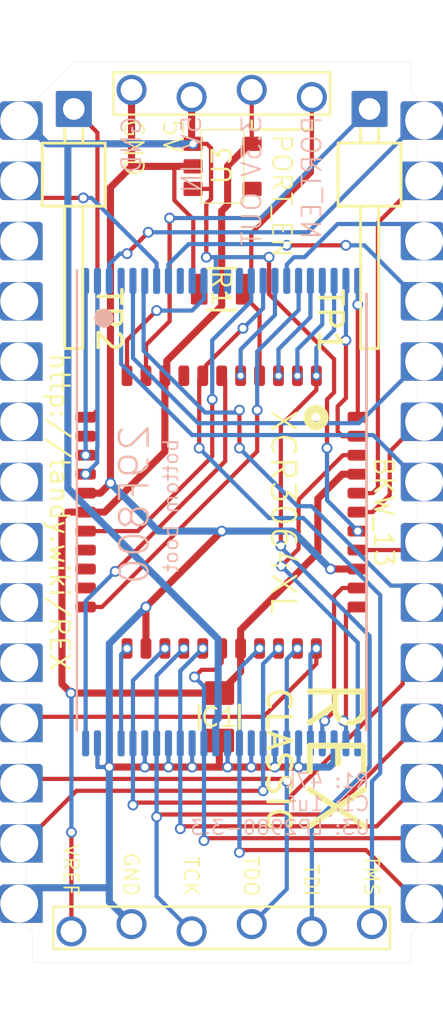
<source format=kicad_pcb>
(kicad_pcb (version 20171130) (host pcbnew 5.1.9-73d0e3b20d~88~ubuntu20.10.1)

  (general
    (thickness 1.6)
    (drawings 44)
    (tracks 412)
    (zones 0)
    (modules 13)
    (nets 44)
  )

  (page USLetter)
  (title_block
    (title "REX Classic, BKW re-spin")
    (date 2021-03-07)
    (rev 13)
    (company "Brian K. White - b.kenyon.w@gmail.com")
    (comment 1 "Original design: Steve Adolph")
  )

  (layers
    (0 Top signal)
    (31 Bottom signal)
    (32 B.Adhes user hide)
    (33 F.Adhes user hide)
    (34 B.Paste user hide)
    (35 F.Paste user hide)
    (36 B.SilkS user)
    (37 F.SilkS user)
    (38 B.Mask user)
    (39 F.Mask user)
    (40 Dwgs.User user)
    (41 Cmts.User user hide)
    (42 Eco1.User user hide)
    (43 Eco2.User user hide)
    (44 Edge.Cuts user)
    (45 Margin user hide)
    (46 B.CrtYd user hide)
    (47 F.CrtYd user hide)
    (48 B.Fab user hide)
    (49 F.Fab user hide)
  )

  (setup
    (last_trace_width 0.18)
    (user_trace_width 0.16)
    (user_trace_width 0.3)
    (trace_clearance 0.16)
    (zone_clearance 0.508)
    (zone_45_only no)
    (trace_min 0.16)
    (via_size 0.46)
    (via_drill 0.3)
    (via_min_size 0.46)
    (via_min_drill 0.3)
    (uvia_size 0.46)
    (uvia_drill 0.3)
    (uvias_allowed no)
    (uvia_min_size 0.46)
    (uvia_min_drill 0.3)
    (edge_width 0.01)
    (segment_width 0.2032)
    (pcb_text_width 0.254)
    (pcb_text_size 1.2192 1.2192)
    (mod_edge_width 0.1)
    (mod_text_size 0.4572 0.4572)
    (mod_text_width 0.1)
    (pad_size 1.905 2.032)
    (pad_drill 1.524)
    (pad_to_mask_clearance 0)
    (solder_mask_min_width 0.22)
    (aux_axis_origin 0 0)
    (grid_origin 147.2184 99.187)
    (visible_elements FFFFFF7F)
    (pcbplotparams
      (layerselection 0x010f0_ffffffff)
      (usegerberextensions true)
      (usegerberattributes false)
      (usegerberadvancedattributes true)
      (creategerberjobfile true)
      (excludeedgelayer true)
      (linewidth 0.100000)
      (plotframeref false)
      (viasonmask false)
      (mode 1)
      (useauxorigin false)
      (hpglpennumber 1)
      (hpglpenspeed 20)
      (hpglpendiameter 15.000000)
      (psnegative false)
      (psa4output false)
      (plotreference true)
      (plotvalue true)
      (plotinvisibletext false)
      (padsonsilk false)
      (subtractmaskfromsilk true)
      (outputformat 1)
      (mirror false)
      (drillshape 0)
      (scaleselection 1)
      (outputdirectory "GERBER_REX_Classic_bkw"))
  )

  (net 0 "")
  (net 1 GND)
  (net 2 +3V3)
  (net 3 /LVA17)
  (net 4 /LVA0)
  (net 5 /+5)
  (net 6 /LVA1)
  (net 7 /LVA2)
  (net 8 /LVA3)
  (net 9 /LVA4)
  (net 10 /LVA5)
  (net 11 /LVA6)
  (net 12 /LVA7)
  (net 13 /A8)
  (net 14 /LVA18)
  (net 15 /LVA19)
  (net 16 /A9)
  (net 17 /A10)
  (net 18 /A11)
  (net 19 /A12)
  (net 20 /A13)
  (net 21 /A14)
  (net 22 /LVA15)
  (net 23 /LVA16)
  (net 24 /PORT_EN)
  (net 25 /ALE)
  (net 26 /TP2)
  (net 27 /TP1)
  (net 28 /~RD)
  (net 29 /~CS)
  (net 30 /~WE)
  (net 31 /RY_BY)
  (net 32 /~CE)
  (net 33 /~OE)
  (net 34 /D2)
  (net 35 /D1)
  (net 36 /D0)
  (net 37 /D7)
  (net 38 /D6)
  (net 39 /D5)
  (net 40 /D4)
  (net 41 /D3)
  (net 42 /~RESET)
  (net 43 /~BYTE)

  (net_class Default "This is the default net class."
    (clearance 0.16)
    (trace_width 0.18)
    (via_dia 0.46)
    (via_drill 0.3)
    (uvia_dia 0.46)
    (uvia_drill 0.3)
    (add_net +3V3)
    (add_net /+5)
    (add_net /A10)
    (add_net /A11)
    (add_net /A12)
    (add_net /A13)
    (add_net /A14)
    (add_net /A8)
    (add_net /A9)
    (add_net /ALE)
    (add_net /D0)
    (add_net /D1)
    (add_net /D2)
    (add_net /D3)
    (add_net /D4)
    (add_net /D5)
    (add_net /D6)
    (add_net /D7)
    (add_net /LVA0)
    (add_net /LVA1)
    (add_net /LVA15)
    (add_net /LVA16)
    (add_net /LVA17)
    (add_net /LVA18)
    (add_net /LVA19)
    (add_net /LVA2)
    (add_net /LVA3)
    (add_net /LVA4)
    (add_net /LVA5)
    (add_net /LVA6)
    (add_net /LVA7)
    (add_net /PORT_EN)
    (add_net /RY_BY)
    (add_net /TP1)
    (add_net /TP2)
    (add_net /~BYTE)
    (add_net /~CE)
    (add_net /~CS)
    (add_net /~OE)
    (add_net /~RD)
    (add_net /~RESET)
    (add_net /~WE)
    (add_net GND)
  )

  (module 000_LOCAL:pcb2molex8878_PCBWAY (layer Top) (tedit 5FC6E23B) (tstamp 5D59F431)
    (at 147.2184 99.187)
    (descr "Castellated edge contacts to fit Molex 8878 Socket")
    (path /5D27638E)
    (solder_mask_margin 0.0508)
    (fp_text reference J1 (at -0.9906 -0.9906 -90) (layer Dwgs.User) hide
      (effects (font (size 1.2065 1.2065) (thickness 0.127)) (justify left bottom))
    )
    (fp_text value Molex_DIP28_edge_contacts (at 2.0701 -8.8773 -90) (layer F.Fab) hide
      (effects (font (size 1.2065 1.2065) (thickness 0.1016)) (justify left bottom))
    )
    (fp_line (start 8.001 19.05) (end 8.001 -19.05) (layer Dwgs.User) (width 0.01))
    (fp_line (start -8.001 19.05) (end -8.001 -19.05) (layer Dwgs.User) (width 0.01))
    (fp_line (start 8.255 -19.05) (end 8.255 19.05) (layer Dwgs.User) (width 0.01))
    (fp_line (start -8.255 -19.05) (end -8.255 19.05) (layer Dwgs.User) (width 0.01))
    (fp_line (start -8.255 0.0508) (end -8.255 -0.0508) (layer Dwgs.User) (width 0.002))
    (fp_line (start -7.75716 -1.27) (end -7.75716 1.27) (layer Dwgs.User) (width 0.002))
    (fp_line (start -7.5057 0.0254) (end -7.5057 -0.0254) (layer Dwgs.User) (width 0.00254))
    (fp_line (start -7.5057 16.4846) (end -7.5057 16.5354) (layer Dwgs.User) (width 0.001))
    (fp_poly (pts (xy 9.2156 1.9304) (xy 7.717 1.9304) (xy 7.717 0.6096) (xy 9.2156 0.6096)) (layer Top) (width 0.3048))
    (fp_poly (pts (xy 9.2156 -0.6096) (xy 7.717 -0.6096) (xy 7.717 -1.9304) (xy 9.2156 -1.9304)) (layer Top) (width 0.3048))
    (fp_poly (pts (xy 9.2156 14.6304) (xy 7.717 14.6304) (xy 7.717 13.3096) (xy 9.2156 13.3096)) (layer Top) (width 0.3048))
    (fp_poly (pts (xy 9.2156 7.0104) (xy 7.717 7.0104) (xy 7.717 5.6896) (xy 9.2156 5.6896)) (layer Top) (width 0.3048))
    (fp_poly (pts (xy 9.2156 10.7696) (xy 7.717 10.7696) (xy 7.717 12.0904) (xy 9.2156 12.0904)) (layer Bottom) (width 0.3048))
    (fp_poly (pts (xy 9.2156 4.4704) (xy 7.717 4.4704) (xy 7.717 3.1496) (xy 9.2156 3.1496)) (layer Top) (width 0.3048))
    (fp_poly (pts (xy 9.2156 -4.4704) (xy 7.717 -4.4704) (xy 7.717 -3.1496) (xy 9.2156 -3.1496)) (layer Bottom) (width 0.3048))
    (fp_poly (pts (xy 9.2156 8.2296) (xy 7.717 8.2296) (xy 7.717 9.5504) (xy 9.2156 9.5504)) (layer Bottom) (width 0.3048))
    (fp_poly (pts (xy 9.2156 13.3096) (xy 7.717 13.3096) (xy 7.717 14.6304) (xy 9.2156 14.6304)) (layer Bottom) (width 0.3048))
    (fp_poly (pts (xy 9.2156 -10.7696) (xy 7.717 -10.7696) (xy 7.717 -12.0904) (xy 9.2156 -12.0904)) (layer Top) (width 0.3048))
    (fp_poly (pts (xy 9.2156 -9.5504) (xy 7.717 -9.5504) (xy 7.717 -8.2296) (xy 9.2156 -8.2296)) (layer Bottom) (width 0.3048))
    (fp_poly (pts (xy 9.2156 0.6096) (xy 7.717 0.6096) (xy 7.717 1.9304) (xy 9.2156 1.9304)) (layer Bottom) (width 0.3048))
    (fp_poly (pts (xy 9.2156 3.1496) (xy 7.717 3.1496) (xy 7.717 4.4704) (xy 9.2156 4.4704)) (layer Bottom) (width 0.3048))
    (fp_poly (pts (xy 9.2156 -12.0904) (xy 7.717 -12.0904) (xy 7.717 -10.7696) (xy 9.2156 -10.7696)) (layer Bottom) (width 0.3048))
    (fp_poly (pts (xy 9.2156 -14.6304) (xy 7.717 -14.6304) (xy 7.717 -13.3096) (xy 9.2156 -13.3096)) (layer Bottom) (width 0.3048))
    (fp_poly (pts (xy 9.2156 12.0904) (xy 7.717 12.0904) (xy 7.717 10.7696) (xy 9.2156 10.7696)) (layer Top) (width 0.3048))
    (fp_poly (pts (xy 9.2156 9.5504) (xy 7.717 9.5504) (xy 7.717 8.2296) (xy 9.2156 8.2296)) (layer Top) (width 0.3048))
    (fp_poly (pts (xy 9.2156 -3.1496) (xy 7.717 -3.1496) (xy 7.717 -4.4704) (xy 9.2156 -4.4704)) (layer Top) (width 0.3048))
    (fp_poly (pts (xy 9.2156 -1.9304) (xy 7.717 -1.9304) (xy 7.717 -0.6096) (xy 9.2156 -0.6096)) (layer Bottom) (width 0.3048))
    (fp_poly (pts (xy 9.2156 -5.6896) (xy 7.717 -5.6896) (xy 7.717 -7.0104) (xy 9.2156 -7.0104)) (layer Top) (width 0.3048))
    (fp_poly (pts (xy 9.2156 17.1704) (xy 7.717 17.1704) (xy 7.717 15.8496) (xy 9.2156 15.8496)) (layer Top) (width 0.3048))
    (fp_poly (pts (xy 9.2156 5.6896) (xy 7.717 5.6896) (xy 7.717 7.0104) (xy 9.2156 7.0104)) (layer Bottom) (width 0.3048))
    (fp_poly (pts (xy 9.2156 -7.0104) (xy 7.717 -7.0104) (xy 7.717 -5.6896) (xy 9.2156 -5.6896)) (layer Bottom) (width 0.3048))
    (fp_poly (pts (xy 9.2156 -13.3096) (xy 7.717 -13.3096) (xy 7.717 -14.6304) (xy 9.2156 -14.6304)) (layer Top) (width 0.3048))
    (fp_poly (pts (xy 9.2156 15.8496) (xy 7.717 15.8496) (xy 7.717 17.1704) (xy 9.2156 17.1704)) (layer Bottom) (width 0.3048))
    (fp_poly (pts (xy 9.2156 -8.2296) (xy 7.717 -8.2296) (xy 7.717 -9.5504) (xy 9.2156 -9.5504)) (layer Top) (width 0.3048))
    (fp_poly (pts (xy 9.2029 -15.8496) (xy 7.7043 -15.8496) (xy 7.7043 -17.1704) (xy 9.2029 -17.1704)) (layer Top) (width 0.3048))
    (fp_poly (pts (xy 9.2029 -15.8496) (xy 7.7043 -15.8496) (xy 7.7043 -17.1704) (xy 9.2029 -17.1704)) (layer Bottom) (width 0.3048))
    (fp_poly (pts (xy -7.717 0.6096) (xy -9.2156 0.6096) (xy -9.2156 1.9304) (xy -7.717 1.9304)) (layer Bottom) (width 0.3048))
    (fp_poly (pts (xy -7.717 3.1496) (xy -9.2156 3.1496) (xy -9.2156 4.4704) (xy -7.717 4.4704)) (layer Bottom) (width 0.3048))
    (fp_poly (pts (xy -7.717 -12.0904) (xy -9.2156 -12.0904) (xy -9.2156 -10.7696) (xy -7.717 -10.7696)) (layer Bottom) (width 0.3048))
    (fp_poly (pts (xy -7.717 -4.4704) (xy -9.2156 -4.4704) (xy -9.2156 -3.1496) (xy -7.717 -3.1496)) (layer Bottom) (width 0.3048))
    (fp_poly (pts (xy -7.717 -1.9304) (xy -9.2156 -1.9304) (xy -9.2156 -0.6096) (xy -7.717 -0.6096)) (layer Bottom) (width 0.3048))
    (fp_poly (pts (xy -7.717 13.3096) (xy -9.2156 13.3096) (xy -9.2156 14.6304) (xy -7.717 14.6304)) (layer Bottom) (width 0.3048))
    (fp_poly (pts (xy -7.717 -9.5504) (xy -9.2156 -9.5504) (xy -9.2156 -8.2296) (xy -7.717 -8.2296)) (layer Bottom) (width 0.3048))
    (fp_poly (pts (xy -7.717 -7.0104) (xy -9.2156 -7.0104) (xy -9.2156 -5.6896) (xy -7.717 -5.6896)) (layer Bottom) (width 0.3048))
    (fp_poly (pts (xy -7.717 5.6896) (xy -9.2156 5.6896) (xy -9.2156 7.0104) (xy -7.717 7.0104)) (layer Bottom) (width 0.3048))
    (fp_poly (pts (xy -7.717 8.2296) (xy -9.2156 8.2296) (xy -9.2156 9.5504) (xy -7.717 9.5504)) (layer Bottom) (width 0.3048))
    (fp_poly (pts (xy -7.717 -14.6304) (xy -9.2156 -14.6304) (xy -9.2156 -13.3096) (xy -7.717 -13.3096)) (layer Bottom) (width 0.3048))
    (fp_poly (pts (xy -7.717 15.8496) (xy -9.2156 15.8496) (xy -9.2156 17.1704) (xy -7.717 17.1704)) (layer Bottom) (width 0.3048))
    (fp_poly (pts (xy -7.717 10.7696) (xy -9.2156 10.7696) (xy -9.2156 12.0904) (xy -7.717 12.0904)) (layer Bottom) (width 0.3048))
    (fp_poly (pts (xy -7.717 17.1704) (xy -9.2156 17.1704) (xy -9.2156 15.8496) (xy -7.717 15.8496)) (layer Top) (width 0.3048))
    (fp_poly (pts (xy -7.717 14.6304) (xy -9.2156 14.6304) (xy -9.2156 13.3096) (xy -7.717 13.3096)) (layer Top) (width 0.3048))
    (fp_poly (pts (xy -7.717 12.0904) (xy -9.2156 12.0904) (xy -9.2156 10.7696) (xy -7.717 10.7696)) (layer Top) (width 0.3048))
    (fp_poly (pts (xy -7.717 9.5504) (xy -9.2156 9.5504) (xy -9.2156 8.2296) (xy -7.717 8.2296)) (layer Top) (width 0.3048))
    (fp_poly (pts (xy -7.717 7.0104) (xy -9.2156 7.0104) (xy -9.2156 5.6896) (xy -7.717 5.6896)) (layer Top) (width 0.3048))
    (fp_poly (pts (xy -7.717 4.4704) (xy -9.2156 4.4704) (xy -9.2156 3.1496) (xy -7.717 3.1496)) (layer Top) (width 0.3048))
    (fp_poly (pts (xy -7.717 1.9304) (xy -9.2156 1.9304) (xy -9.2156 0.6096) (xy -7.717 0.6096)) (layer Top) (width 0.3048))
    (fp_poly (pts (xy -7.717 -0.6096) (xy -9.2156 -0.6096) (xy -9.2156 -1.9304) (xy -7.717 -1.9304)) (layer Top) (width 0.3048))
    (fp_poly (pts (xy -7.717 -3.1496) (xy -9.2156 -3.1496) (xy -9.2156 -4.4704) (xy -7.717 -4.4704)) (layer Top) (width 0.3048))
    (fp_poly (pts (xy -7.717 -5.6896) (xy -9.2156 -5.6896) (xy -9.2156 -7.0104) (xy -7.717 -7.0104)) (layer Top) (width 0.3048))
    (fp_poly (pts (xy -7.717 -8.2296) (xy -9.2156 -8.2296) (xy -9.2156 -9.5504) (xy -7.717 -9.5504)) (layer Top) (width 0.3048))
    (fp_poly (pts (xy -7.717 -10.7696) (xy -9.2156 -10.7696) (xy -9.2156 -12.0904) (xy -7.717 -12.0904)) (layer Top) (width 0.3048))
    (fp_poly (pts (xy -7.717 -13.3096) (xy -9.2156 -13.3096) (xy -9.2156 -14.6304) (xy -7.717 -14.6304)) (layer Top) (width 0.3048))
    (fp_poly (pts (xy -7.717 -15.8496) (xy -9.2156 -15.8496) (xy -9.2156 -17.1704) (xy -7.717 -17.1704)) (layer Top) (width 0.3048))
    (fp_poly (pts (xy -7.717 -15.8496) (xy -9.2156 -15.8496) (xy -9.2156 -17.1704) (xy -7.717 -17.1704)) (layer Bottom) (width 0.3048))
    (fp_line (start 4.5593 19.05) (end 8.1 19.05) (layer Eco1.User) (width 0.01))
    (fp_line (start -8.1 19.05) (end -4.5593 19.05) (layer Eco1.User) (width 0.01))
    (fp_line (start 0.762 -19.05) (end 8.1 -19.05) (layer Eco1.User) (width 0.01))
    (fp_line (start -8.1 -19.05) (end -0.762 -19.05) (layer Eco1.User) (width 0.01))
    (fp_line (start 8.1 19.05) (end 8.1 -19.05) (layer Eco1.User) (width 0.01))
    (fp_line (start -8.1 19.05) (end -8.1 -19.05) (layer Eco1.User) (width 0.01))
    (fp_line (start 3.0353 19.05) (end -3.0353 19.05) (layer Eco1.User) (width 0.01))
    (fp_line (start 3.0353 21.59) (end 3.0353 19.05) (layer Eco1.User) (width 0.01))
    (fp_line (start 4.5593 21.59) (end 3.0353 21.59) (layer Eco1.User) (width 0.01))
    (fp_line (start 4.5593 19.05) (end 4.5593 21.59) (layer Eco1.User) (width 0.01))
    (fp_line (start -3.0353 21.59) (end -3.0353 19.05) (layer Eco1.User) (width 0.01))
    (fp_line (start -4.5593 21.59) (end -3.0353 21.59) (layer Eco1.User) (width 0.01))
    (fp_line (start -4.5593 19.05) (end -4.5593 21.59) (layer Eco1.User) (width 0.01))
    (fp_line (start 0.762 -21.59) (end 0.762 -19.05) (layer Eco1.User) (width 0.01))
    (fp_line (start -0.762 -21.59) (end 0.762 -21.59) (layer Eco1.User) (width 0.01))
    (fp_line (start -0.762 -19.05) (end -0.762 -21.59) (layer Eco1.User) (width 0.01))
    (fp_arc (start -5.4229 19.9136) (end -4.5593 19.9136) (angle -90) (layer Eco1.User) (width 0.00508))
    (fp_arc (start -2.1717 19.9136) (end -2.1717 19.05) (angle -90) (layer Eco1.User) (width 0.00508))
    (fp_arc (start 5.4229 19.9136) (end 5.4229 19.05) (angle -90) (layer Eco1.User) (width 0.00508))
    (fp_arc (start 2.1717 19.9136) (end 3.0353 19.9136) (angle -90) (layer Eco1.User) (width 0.00508))
    (fp_arc (start -1.6256 -19.9136) (end -1.6256 -19.05) (angle -90) (layer Eco1.User) (width 0.00508))
    (fp_arc (start 1.6256 -19.9136) (end 0.762 -19.9136) (angle -90) (layer Eco1.User) (width 0.00508))
    (fp_text user "Eco1.User is Edge.Cuts for use without carrier." (at -0.0298 12.25) (layer Eco1.User)
      (effects (font (size 0.2 0.2) (thickness 0.01)))
    )
    (pad 1 thru_hole circle (at -8.5552 -16.51) (size 1.6002 1.6002) (drill 1.59766) (layers *.Cu *.Mask)
      (net 5 /+5) (zone_connect 0))
    (pad 28 thru_hole circle (at 8.5552 -16.51 180) (size 1.6002 1.6002) (drill 1.59766) (layers *.Cu *.Mask)
      (net 21 /A14))
    (pad 14 thru_hole circle (at -8.5552 16.51) (size 1.6002 1.6002) (drill 1.59766) (layers *.Cu *.Mask)
      (net 1 GND) (zone_connect 0))
    (pad 27 thru_hole circle (at 8.5552 -13.97 180) (size 1.6002 1.6002) (drill 1.59766) (layers *.Cu *.Mask)
      (net 29 /~CS))
    (pad 13 thru_hole circle (at -8.5552 13.97) (size 1.6002 1.6002) (drill 1.59766) (layers *.Cu *.Mask)
      (net 34 /D2) (zone_connect 0))
    (pad 26 thru_hole circle (at 8.5552 -11.43 180) (size 1.6002 1.6002) (drill 1.59766) (layers *.Cu *.Mask)
      (net 13 /A8))
    (pad 12 thru_hole circle (at -8.5552 11.43) (size 1.6002 1.6002) (drill 1.59766) (layers *.Cu *.Mask)
      (net 35 /D1) (zone_connect 0))
    (pad 25 thru_hole circle (at 8.5552 -8.89 180) (size 1.6002 1.6002) (drill 1.59766) (layers *.Cu *.Mask)
      (net 16 /A9))
    (pad 11 thru_hole circle (at -8.5552 8.89) (size 1.6002 1.6002) (drill 1.59766) (layers *.Cu *.Mask)
      (net 36 /D0) (zone_connect 0))
    (pad 24 thru_hole circle (at 8.5552 -6.35 180) (size 1.6002 1.6002) (drill 1.59766) (layers *.Cu *.Mask)
      (net 19 /A12))
    (pad 10 thru_hole circle (at -8.5552 6.35) (size 1.6002 1.6002) (drill 1.59766) (layers *.Cu *.Mask)
      (zone_connect 0))
    (pad 23 thru_hole circle (at 8.5552 -3.81 180) (size 1.6002 1.6002) (drill 1.59766) (layers *.Cu *.Mask)
      (net 25 /ALE))
    (pad 9 thru_hole circle (at -8.5552 3.81) (size 1.6002 1.6002) (drill 1.59766) (layers *.Cu *.Mask)
      (zone_connect 0))
    (pad 22 thru_hole circle (at 8.5552 -1.27 180) (size 1.6002 1.6002) (drill 1.59766) (layers *.Cu *.Mask)
      (net 20 /A13))
    (pad 8 thru_hole circle (at -8.5552 1.27) (size 1.6002 1.6002) (drill 1.59766) (layers *.Cu *.Mask)
      (zone_connect 0))
    (pad 21 thru_hole circle (at 8.5552 1.27 180) (size 1.6002 1.6002) (drill 1.59766) (layers *.Cu *.Mask)
      (net 28 /~RD))
    (pad 7 thru_hole circle (at -8.5552 -1.27) (size 1.6002 1.6002) (drill 1.59766) (layers *.Cu *.Mask)
      (zone_connect 0))
    (pad 20 thru_hole circle (at 8.5552 3.81 180) (size 1.6002 1.6002) (drill 1.59766) (layers *.Cu *.Mask)
      (net 18 /A11))
    (pad 6 thru_hole circle (at -8.5552 -3.81) (size 1.6002 1.6002) (drill 1.59766) (layers *.Cu *.Mask)
      (zone_connect 0))
    (pad 19 thru_hole circle (at 8.5552 6.35 180) (size 1.6002 1.6002) (drill 1.59766) (layers *.Cu *.Mask)
      (net 37 /D7))
    (pad 5 thru_hole circle (at -8.5552 -6.35) (size 1.6002 1.6002) (drill 1.59766) (layers *.Cu *.Mask)
      (zone_connect 0))
    (pad 18 thru_hole circle (at 8.5552 8.89 180) (size 1.6002 1.6002) (drill 1.59766) (layers *.Cu *.Mask)
      (net 38 /D6))
    (pad 4 thru_hole circle (at -8.5552 -8.89) (size 1.6002 1.6002) (drill 1.59766) (layers *.Cu *.Mask)
      (zone_connect 0))
    (pad 17 thru_hole circle (at 8.5552 11.43 180) (size 1.6002 1.6002) (drill 1.59766) (layers *.Cu *.Mask)
      (net 39 /D5))
    (pad 3 thru_hole circle (at -8.5552 -11.43) (size 1.6002 1.6002) (drill 1.59766) (layers *.Cu *.Mask)
      (zone_connect 0))
    (pad 16 thru_hole circle (at 8.5552 13.97 180) (size 1.6002 1.6002) (drill 1.59766) (layers *.Cu *.Mask)
      (net 40 /D4))
    (pad 2 thru_hole circle (at -8.5552 -13.97) (size 1.6002 1.6002) (drill 1.59766) (layers *.Cu *.Mask)
      (net 17 /A10) (zone_connect 0))
    (pad 15 thru_hole circle (at 8.5552 16.51 180) (size 1.6002 1.6002) (drill 1.59766) (layers *.Cu *.Mask)
      (net 41 /D3))
  )

  (module 000_LOCAL:1x6_jamb_stagger (layer Top) (tedit 5FC5A84B) (tstamp 5D255940)
    (at 147.2184 116.713)
    (descr "6 pin jamb connector, perpendicular offsets")
    (path /5D38CEC5)
    (solder_mask_margin -0.1524)
    (fp_text reference J2 (at 0 0 -180) (layer Dwgs.User) hide
      (effects (font (size 1.2065 1.2065) (thickness 0.127)) (justify bottom))
    )
    (fp_text value JTAG (at 0.057661 2.669496 unlocked) (layer F.Fab)
      (effects (font (size 1.2065 1.2065) (thickness 0.1016)) (justify bottom))
    )
    (fp_poly (pts (xy 6.0325 -0.3175) (xy 6.0325 0.3175) (xy 6.6675 0.3175) (xy 6.6675 -0.3175)) (layer Dwgs.User) (width 0))
    (fp_poly (pts (xy 3.4925 -0.3175) (xy 3.4925 0.3175) (xy 4.1275 0.3175) (xy 4.1275 -0.3175)) (layer Dwgs.User) (width 0))
    (fp_poly (pts (xy 0.9525 -0.3175) (xy 0.9525 0.3175) (xy 1.5875 0.3175) (xy 1.5875 -0.3175)) (layer Dwgs.User) (width 0))
    (fp_poly (pts (xy -1.5875 -0.3175) (xy -1.5875 0.3175) (xy -0.9525 0.3175) (xy -0.9525 -0.3175)) (layer Dwgs.User) (width 0))
    (fp_poly (pts (xy -4.1275 -0.3175) (xy -4.1275 0.3175) (xy -3.4925 0.3175) (xy -3.4925 -0.3175)) (layer Dwgs.User) (width 0))
    (fp_poly (pts (xy -6.6675 -0.3175) (xy -6.6675 0.3175) (xy -6.0325 0.3175) (xy -6.0325 -0.3175)) (layer Dwgs.User) (width 0))
    (pad 6 thru_hole circle (at 6.35 -0.1524) (size 1.27 1.27) (drill 0.9144) (layers *.Cu *.Mask)
      (net 15 /LVA19))
    (pad 5 thru_hole circle (at 3.81 0.1524) (size 1.27 1.27) (drill 0.9144) (layers *.Cu *.Mask)
      (net 9 /LVA4))
    (pad 4 thru_hole circle (at 1.27 -0.1524) (size 1.27 1.27) (drill 0.9144) (layers *.Cu *.Mask)
      (net 35 /D1))
    (pad 3 thru_hole circle (at -1.27 0.1524) (size 1.27 1.27) (drill 0.9144) (layers *.Cu *.Mask)
      (net 38 /D6))
    (pad 2 thru_hole circle (at -3.81 -0.1524) (size 1.27 1.27) (drill 0.9144) (layers *.Cu *.Mask)
      (net 1 GND))
    (pad 1 thru_hole circle (at -6.35 0.1524) (size 1.27 1.27) (drill 0.9144) (layers *.Cu *.Mask)
      (net 2 +3V3))
  )

  (module 000_LOCAL:1x4_jamb_stagger (layer Top) (tedit 5FC5A7EE) (tstamp 5D2E7721)
    (at 147.2184 81.534)
    (descr "jamb connector, 4 pin, staggered")
    (path /5D265CE5)
    (solder_mask_margin -0.1524)
    (fp_text reference J3 (at 0 0 -180) (layer Dwgs.User) hide
      (effects (font (size 1.2065 1.2065) (thickness 0.127)) (justify bottom))
    )
    (fp_text value PRG (at 0.039564 2.518139 unlocked) (layer F.Fab)
      (effects (font (size 1.2065 1.2065) (thickness 0.1016)) (justify bottom))
    )
    (fp_poly (pts (xy -4.1275 -0.3175) (xy -4.1275 0.3175) (xy -3.4925 0.3175) (xy -3.4925 -0.3175)) (layer Dwgs.User) (width 0.000254))
    (fp_poly (pts (xy 3.4925 -0.3175) (xy 3.4925 0.3175) (xy 4.1275 0.3175) (xy 4.1275 -0.3175)) (layer Dwgs.User) (width 0.000254))
    (fp_poly (pts (xy -1.5875 -0.3175) (xy -1.5875 0.3175) (xy -0.9525 0.3175) (xy -0.9525 -0.3175)) (layer Dwgs.User) (width 0.000254))
    (fp_poly (pts (xy 0.9525 -0.3175) (xy 0.9525 0.3175) (xy 1.5875 0.3175) (xy 1.5875 -0.3175)) (layer Dwgs.User) (width 0.000254))
    (pad 4 thru_hole circle (at 3.81 0.1524) (size 1.27 1.27) (drill 0.9144) (layers *.Cu *.Mask)
      (net 24 /PORT_EN))
    (pad 3 thru_hole circle (at 1.27 -0.1524) (size 1.27 1.27) (drill 0.9144) (layers *.Cu *.Mask)
      (net 2 +3V3))
    (pad 2 thru_hole circle (at -1.27 0.1524) (size 1.27 1.27) (drill 0.9144) (layers *.Cu *.Mask)
      (net 5 /+5))
    (pad 1 thru_hole circle (at -3.81 -0.1524) (size 1.27 1.27) (drill 0.9144) (layers *.Cu *.Mask)
      (net 1 GND))
  )

  (module 000_LOCAL:Net_Tie_2_0.18mm (layer Top) (tedit 5FB9497C) (tstamp 5FB9B9FA)
    (at 146.7684 85.737 270)
    (path /5FBB145C)
    (fp_text reference NT1 (at 0 2 90) (layer F.SilkS) hide
      (effects (font (size 0.8128 0.8128) (thickness 0.1016)))
    )
    (fp_text value Net-Tie_2 (at 0 -2 90) (layer F.Fab) hide
      (effects (font (size 0.7112 0.7112) (thickness 0.0254)))
    )
    (fp_line (start -0.1 0) (end 0.1 0) (layer Top) (width 0.18))
    (pad 2 smd circle (at 0.1 0 270) (size 0.18 0.18) (layers Top F.Paste)
      (net 42 /~RESET))
    (pad 1 smd circle (at -0.1 0 270) (size 0.18 0.18) (layers Top F.Paste)
      (net 5 /+5))
  )

  (module 000_LOCAL:Net_Tie_2_0.18mm (layer Bottom) (tedit 5FB9497C) (tstamp 5FB9BA01)
    (at 141.9684 109.837 90)
    (path /5FCB31BF)
    (fp_text reference NT2 (at 0 -2 90) (layer B.SilkS) hide
      (effects (font (size 0.8128 0.8128) (thickness 0.1016)) (justify mirror))
    )
    (fp_text value Net-Tie_2 (at 0 2 90) (layer B.Fab) hide
      (effects (font (size 0.7112 0.7112) (thickness 0.0254)) (justify mirror))
    )
    (fp_line (start -0.1 0) (end 0.1 0) (layer Bottom) (width 0.18))
    (pad 2 smd circle (at 0.1 0 90) (size 0.18 0.18) (layers Bottom B.Paste)
      (net 43 /~BYTE))
    (pad 1 smd circle (at -0.1 0 90) (size 0.18 0.18) (layers Bottom B.Paste)
      (net 1 GND))
  )

  (module 000_LOCAL:R_0805 (layer Top) (tedit 5FB6BB99) (tstamp 5D099A58)
    (at 147.2184 89.787 180)
    (descr "Resistor SMD 0805, reflow soldering, Vishay (see dcrcw.pdf)")
    (tags "resistor 0805")
    (path /2604F989)
    (attr smd)
    (fp_text reference R1 (at 0.0254 0.0274 270 unlocked) (layer F.SilkS)
      (effects (font (size 0.8 0.8) (thickness 0.1)))
    )
    (fp_text value 47k (at 0 1.75) (layer F.Fab)
      (effects (font (size 1 1) (thickness 0.15)))
    )
    (fp_line (start -1 0.62) (end -1 -0.62) (layer F.Fab) (width 0.1))
    (fp_line (start 1 0.62) (end -1 0.62) (layer F.Fab) (width 0.1))
    (fp_line (start 1 -0.62) (end 1 0.62) (layer F.Fab) (width 0.1))
    (fp_line (start -1 -0.62) (end 1 -0.62) (layer F.Fab) (width 0.1))
    (fp_line (start 0.6 0.88) (end -0.6 0.88) (layer F.SilkS) (width 0.12))
    (fp_line (start -0.6 -0.88) (end 0.6 -0.88) (layer F.SilkS) (width 0.12))
    (fp_line (start -1.55 -0.9) (end 1.55 -0.9) (layer F.CrtYd) (width 0.05))
    (fp_line (start -1.55 -0.9) (end -1.55 0.9) (layer F.CrtYd) (width 0.05))
    (fp_line (start 1.55 0.9) (end 1.55 -0.9) (layer F.CrtYd) (width 0.05))
    (fp_line (start 1.55 0.9) (end -1.55 0.9) (layer F.CrtYd) (width 0.05))
    (fp_text user %R (at 0 0) (layer F.Fab)
      (effects (font (size 0.5 0.5) (thickness 0.075)))
    )
    (pad 1 smd roundrect (at -0.95 0 180) (size 0.7 1.3) (layers Top F.Paste F.Mask) (roundrect_rratio 0.1)
      (net 24 /PORT_EN))
    (pad 2 smd roundrect (at 0.95 0 180) (size 0.7 1.3) (layers Top F.Paste F.Mask) (roundrect_rratio 0.1)
      (net 1 GND))
    (model ${KIPRJMOD}/000_LOCAL.pretty/3d/R_0805_2012Metric.step
      (at (xyz 0 0 0))
      (scale (xyz 1 1 1))
      (rotate (xyz 0 0 0))
    )
  )

  (module 000_LOCAL:C_0805 (layer Top) (tedit 5FB6BB7C) (tstamp 5D17005C)
    (at 147.1184 107.81792 270)
    (descr "Capacitor SMD 0805, reflow soldering, AVX (see smccp.pdf)")
    (tags "capacitor 0805")
    (path /327B8ADF)
    (attr smd)
    (fp_text reference C1 (at 0.01908 0) (layer F.SilkS)
      (effects (font (size 0.8 0.8) (thickness 0.1)))
    )
    (fp_text value C-USC0805 (at 0 1.75 90) (layer F.Fab)
      (effects (font (size 1 1) (thickness 0.15)))
    )
    (fp_line (start -1 0.62) (end -1 -0.62) (layer F.Fab) (width 0.1))
    (fp_line (start 1 0.62) (end -1 0.62) (layer F.Fab) (width 0.1))
    (fp_line (start 1 -0.62) (end 1 0.62) (layer F.Fab) (width 0.1))
    (fp_line (start -1 -0.62) (end 1 -0.62) (layer F.Fab) (width 0.1))
    (fp_line (start 0.5 -0.85) (end -0.5 -0.85) (layer F.SilkS) (width 0.12))
    (fp_line (start -0.5 0.85) (end 0.5 0.85) (layer F.SilkS) (width 0.12))
    (fp_line (start -1.75 -0.88) (end 1.75 -0.88) (layer F.CrtYd) (width 0.05))
    (fp_line (start -1.75 -0.88) (end -1.75 0.87) (layer F.CrtYd) (width 0.05))
    (fp_line (start 1.75 0.87) (end 1.75 -0.88) (layer F.CrtYd) (width 0.05))
    (fp_line (start 1.75 0.87) (end -1.75 0.87) (layer F.CrtYd) (width 0.05))
    (fp_text user %R (at 0 -1.5 90) (layer F.Fab)
      (effects (font (size 1 1) (thickness 0.15)))
    )
    (pad 1 smd roundrect (at -1 0 270) (size 1 1.25) (layers Top F.Paste F.Mask) (roundrect_rratio 0.1)
      (net 2 +3V3))
    (pad 2 smd roundrect (at 1 0 270) (size 1 1.25) (layers Top F.Paste F.Mask) (roundrect_rratio 0.1)
      (net 1 GND))
    (model ${KIPRJMOD}/000_LOCAL.pretty/3d/C_0805_2012Metric.step
      (at (xyz 0 0 0))
      (scale (xyz 1 1 1))
      (rotate (xyz 0 0 0))
    )
  )

  (module 000_LOCAL:SOT-23-5 (layer Top) (tedit 5FB6BB0C) (tstamp 5E3C09DF)
    (at 147.2565 84.6074)
    (descr "5-pin SOT23 package")
    (tags SOT-23-5)
    (path /5D30DD1C)
    (attr smd)
    (fp_text reference U3 (at -0.02794 -0.04064 -90) (layer F.SilkS)
      (effects (font (size 0.8 0.8) (thickness 0.1)))
    )
    (fp_text value LP2980-3.3 (at 0 2.9) (layer F.Fab)
      (effects (font (size 1 1) (thickness 0.15)))
    )
    (fp_line (start 0.9 -1.55) (end 0.9 1.55) (layer F.Fab) (width 0.1))
    (fp_line (start 0.9 1.55) (end -0.9 1.55) (layer F.Fab) (width 0.1))
    (fp_line (start -0.9 -0.9) (end -0.9 1.55) (layer F.Fab) (width 0.1))
    (fp_line (start 0.9 -1.55) (end -0.25 -1.55) (layer F.Fab) (width 0.1))
    (fp_line (start -0.9 -0.9) (end -0.25 -1.55) (layer F.Fab) (width 0.1))
    (fp_line (start -0.9 1.55) (end 0.9 1.55) (layer F.SilkS) (width 0.0508))
    (fp_line (start 0.9 1.55) (end 0.9 -1.55) (layer F.SilkS) (width 0.0508))
    (fp_line (start 0.9 -1.55) (end -0.9 -1.55) (layer F.SilkS) (width 0.0508))
    (fp_line (start -0.9 -1.55) (end -0.9 1.55) (layer F.SilkS) (width 0.0508))
    (fp_text user %R (at 0 0 90) (layer F.Fab)
      (effects (font (size 0.5 0.5) (thickness 0.075)))
    )
    (pad 1 smd roundrect (at -1.25 -0.95) (size 0.8 0.6) (layers Top F.Paste F.Mask) (roundrect_rratio 0.1)
      (net 5 /+5))
    (pad 2 smd roundrect (at -1.25 0) (size 0.8 0.6) (layers Top F.Paste F.Mask) (roundrect_rratio 0.1)
      (net 1 GND))
    (pad 3 smd roundrect (at -1.25 0.95) (size 0.8 0.6) (layers Top F.Paste F.Mask) (roundrect_rratio 0.1)
      (net 5 /+5))
    (pad 4 smd roundrect (at 1.25 0.95) (size 0.8 0.6) (layers Top F.Paste F.Mask) (roundrect_rratio 0.1))
    (pad 5 smd roundrect (at 1.25 -0.95) (size 0.8 0.6) (layers Top F.Paste F.Mask) (roundrect_rratio 0.1)
      (net 2 +3V3))
    (model ${KIPRJMOD}/000_LOCAL.pretty/3d/SOT-23-5.step
      (at (xyz 0 0 0))
      (scale (xyz 1 1 1))
      (rotate (xyz 0 0 0))
    )
  )

  (module 000_LOCAL:1x1_pin_h (layer Top) (tedit 5FB6CCE6) (tstamp 5D25596D)
    (at 153.4684 82.187 270)
    (descr "Through hole angled pin header, 1x01, 2.54mm pitch, 6mm pin length, single row")
    (tags "Through hole angled pin header THT 1x01 2.54mm single row")
    (path /E5F42BB8)
    (fp_text reference TP1 (at 8.9343 1.6622 270 unlocked) (layer F.SilkS)
      (effects (font (size 1 1) (thickness 0.15)))
    )
    (fp_text value PINHD-1X1 (at 4.31 3.16 90) (layer F.Fab)
      (effects (font (size 1 1) (thickness 0.15)))
    )
    (fp_line (start 2.135 -1.27) (end 4.04 -1.27) (layer F.Fab) (width 0.1))
    (fp_line (start 4.04 -1.27) (end 4.04 1.27) (layer F.Fab) (width 0.1))
    (fp_line (start 4.04 1.27) (end 1.5 1.27) (layer F.Fab) (width 0.1))
    (fp_line (start 1.5 1.27) (end 1.5 -0.635) (layer F.Fab) (width 0.1))
    (fp_line (start 1.5 -0.635) (end 2.135 -1.27) (layer F.Fab) (width 0.1))
    (fp_line (start -0.32 -0.32) (end 1.5 -0.32) (layer F.Fab) (width 0.1))
    (fp_line (start -0.32 -0.32) (end -0.32 0.32) (layer F.Fab) (width 0.1))
    (fp_line (start -0.32 0.32) (end 1.5 0.32) (layer F.Fab) (width 0.1))
    (fp_line (start 4.04 -0.32) (end 10.04 -0.32) (layer F.Fab) (width 0.1))
    (fp_line (start 10.04 -0.32) (end 10.04 0.32) (layer F.Fab) (width 0.1))
    (fp_line (start 4.04 0.32) (end 10.04 0.32) (layer F.Fab) (width 0.1))
    (fp_line (start 1.44 -1.33) (end 1.44 1.33) (layer F.SilkS) (width 0.12))
    (fp_line (start 1.44 1.33) (end 4.1 1.33) (layer F.SilkS) (width 0.12))
    (fp_line (start 4.1 1.33) (end 4.1 -1.33) (layer F.SilkS) (width 0.12))
    (fp_line (start 4.1 -1.33) (end 1.44 -1.33) (layer F.SilkS) (width 0.12))
    (fp_line (start 4.1 -0.38) (end 10.1 -0.38) (layer F.SilkS) (width 0.12))
    (fp_line (start 10.1 -0.38) (end 10.1 0.38) (layer F.SilkS) (width 0.12))
    (fp_line (start 10.1 0.38) (end 4.1 0.38) (layer F.SilkS) (width 0.12))
    (fp_line (start 0.8382 -0.381) (end 1.44 -0.38) (layer F.SilkS) (width 0.12))
    (fp_line (start 0.8382 0.38) (end 1.44 0.38) (layer F.SilkS) (width 0.12))
    (fp_line (start -1.8 -1.8) (end -1.8 1.8) (layer F.CrtYd) (width 0.05))
    (fp_line (start -1.8 1.8) (end 10.55 1.8) (layer F.CrtYd) (width 0.05))
    (fp_line (start 10.55 1.8) (end 10.55 -1.8) (layer F.CrtYd) (width 0.05))
    (fp_line (start 10.55 -1.8) (end -1.8 -1.8) (layer F.CrtYd) (width 0.05))
    (fp_text user %R (at 2.77 0) (layer F.Fab)
      (effects (font (size 1 1) (thickness 0.15)))
    )
    (pad 1 thru_hole roundrect (at 0 0 270) (size 1.524 1.524) (drill 0.9144) (layers *.Cu *.Mask) (roundrect_rratio 0.05)
      (net 27 /TP1))
    (model ${KIPRJMOD}/000_LOCAL.pretty/3d/PinHeader_1x01_P2.54mm_Horizontal.step
      (at (xyz 0 0 0))
      (scale (xyz 1 1 1))
      (rotate (xyz 0 0 0))
    )
  )

  (module 000_LOCAL:1x1_pin_h (layer Top) (tedit 5FB6CCE6) (tstamp 5EDFFAE0)
    (at 140.9684 82.187 270)
    (descr "Through hole angled pin header, 1x01, 2.54mm pitch, 6mm pin length, single row")
    (tags "Through hole angled pin header THT 1x01 2.54mm single row")
    (path /93FB0C53)
    (fp_text reference TP2 (at 8.8843 -1.4872 270 unlocked) (layer F.SilkS)
      (effects (font (size 1 1) (thickness 0.15)))
    )
    (fp_text value PINHD-1X1 (at 4.31 3.16 90) (layer F.Fab)
      (effects (font (size 1 1) (thickness 0.15)))
    )
    (fp_line (start 2.135 -1.27) (end 4.04 -1.27) (layer F.Fab) (width 0.1))
    (fp_line (start 4.04 -1.27) (end 4.04 1.27) (layer F.Fab) (width 0.1))
    (fp_line (start 4.04 1.27) (end 1.5 1.27) (layer F.Fab) (width 0.1))
    (fp_line (start 1.5 1.27) (end 1.5 -0.635) (layer F.Fab) (width 0.1))
    (fp_line (start 1.5 -0.635) (end 2.135 -1.27) (layer F.Fab) (width 0.1))
    (fp_line (start -0.32 -0.32) (end 1.5 -0.32) (layer F.Fab) (width 0.1))
    (fp_line (start -0.32 -0.32) (end -0.32 0.32) (layer F.Fab) (width 0.1))
    (fp_line (start -0.32 0.32) (end 1.5 0.32) (layer F.Fab) (width 0.1))
    (fp_line (start 4.04 -0.32) (end 10.04 -0.32) (layer F.Fab) (width 0.1))
    (fp_line (start 10.04 -0.32) (end 10.04 0.32) (layer F.Fab) (width 0.1))
    (fp_line (start 4.04 0.32) (end 10.04 0.32) (layer F.Fab) (width 0.1))
    (fp_line (start 1.44 -1.33) (end 1.44 1.33) (layer F.SilkS) (width 0.12))
    (fp_line (start 1.44 1.33) (end 4.1 1.33) (layer F.SilkS) (width 0.12))
    (fp_line (start 4.1 1.33) (end 4.1 -1.33) (layer F.SilkS) (width 0.12))
    (fp_line (start 4.1 -1.33) (end 1.44 -1.33) (layer F.SilkS) (width 0.12))
    (fp_line (start 4.1 -0.38) (end 10.1 -0.38) (layer F.SilkS) (width 0.12))
    (fp_line (start 10.1 -0.38) (end 10.1 0.38) (layer F.SilkS) (width 0.12))
    (fp_line (start 10.1 0.38) (end 4.1 0.38) (layer F.SilkS) (width 0.12))
    (fp_line (start 0.8382 -0.381) (end 1.44 -0.38) (layer F.SilkS) (width 0.12))
    (fp_line (start 0.8382 0.38) (end 1.44 0.38) (layer F.SilkS) (width 0.12))
    (fp_line (start -1.8 -1.8) (end -1.8 1.8) (layer F.CrtYd) (width 0.05))
    (fp_line (start -1.8 1.8) (end 10.55 1.8) (layer F.CrtYd) (width 0.05))
    (fp_line (start 10.55 1.8) (end 10.55 -1.8) (layer F.CrtYd) (width 0.05))
    (fp_line (start 10.55 -1.8) (end -1.8 -1.8) (layer F.CrtYd) (width 0.05))
    (fp_text user %R (at 2.77 0) (layer F.Fab)
      (effects (font (size 1 1) (thickness 0.15)))
    )
    (pad 1 thru_hole roundrect (at 0 0 270) (size 1.524 1.524) (drill 0.9144) (layers *.Cu *.Mask) (roundrect_rratio 0.05)
      (net 26 /TP2))
    (model ${KIPRJMOD}/000_LOCAL.pretty/3d/PinHeader_1x01_P2.54mm_Horizontal.step
      (at (xyz 0 0 0))
      (scale (xyz 1 1 1))
      (rotate (xyz 0 0 0))
    )
  )

  (module 000_LOCAL:TSOP-48 locked (layer Bottom) (tedit 5FB6BA7A) (tstamp 5D09E59B)
    (at 147.2184 99.187 270)
    (descr "TSOP I, 32 pins, 18.4x8mm body (https://www.micron.com/~/media/documents/products/technical-note/nor-flash/tn1225_land_pad_design.pdf)")
    (tags "TSOP I 32")
    (path /5D294874)
    (attr smd)
    (fp_text reference U2 (at -1.58496 -0.44958 90) (layer B.SilkS) hide
      (effects (font (size 1.2065 1.2065) (thickness 0.1016)) (justify left bottom mirror))
    )
    (fp_text value 29F800 (at -3.77698 2.97942 90) (layer B.SilkS)
      (effects (font (size 1.2065 1.2065) (thickness 0.1016)) (justify left bottom mirror))
    )
    (fp_line (start -10.55 -6.25) (end -10.55 6.25) (layer B.CrtYd) (width 0.05))
    (fp_line (start 10.55 -6.25) (end -10.55 -6.25) (layer B.CrtYd) (width 0.05))
    (fp_line (start 10.55 6.25) (end 10.55 -6.25) (layer B.CrtYd) (width 0.05))
    (fp_line (start -10.55 6.25) (end 10.55 6.25) (layer B.CrtYd) (width 0.05))
    (fp_line (start -9.2 -6.12) (end 9.2 -6.12) (layer B.SilkS) (width 0.12))
    (fp_line (start 9.2 6.12) (end -10.2 6.12) (layer B.SilkS) (width 0.1))
    (fp_line (start -8.2 6) (end -9.2 5) (layer B.Fab) (width 0.1))
    (fp_line (start 9.2 6) (end 9.2 -6) (layer B.Fab) (width 0.1))
    (fp_line (start 9.2 -6) (end -9.2 -6) (layer B.Fab) (width 0.1))
    (fp_line (start -9.2 -6) (end -9.2 5) (layer B.Fab) (width 0.1))
    (fp_line (start -8.2 6) (end 9.2 6) (layer B.Fab) (width 0.1))
    (fp_circle (center -8.1788 4.9784) (end -7.9756 4.9784) (layer B.SilkS) (width 0.4064))
    (fp_text user %R (at 0 0 90) (layer B.Fab)
      (effects (font (size 1 1) (thickness 0.15)) (justify mirror))
    )
    (pad 48 smd roundrect (at 9.75 5.75 270) (size 1.1 0.3) (layers Bottom B.Paste B.Mask) (roundrect_rratio 0.32)
      (net 3 /LVA17))
    (pad 47 smd roundrect (at 9.75 5.25 270) (size 1.1 0.3) (layers Bottom B.Paste B.Mask) (roundrect_rratio 0.32)
      (net 43 /~BYTE))
    (pad 46 smd roundrect (at 9.75 4.75 270) (size 1.1 0.3) (layers Bottom B.Paste B.Mask) (roundrect_rratio 0.32)
      (net 1 GND))
    (pad 45 smd roundrect (at 9.75 4.25 270) (size 1.1 0.3) (layers Bottom B.Paste B.Mask) (roundrect_rratio 0.32)
      (net 4 /LVA0))
    (pad 44 smd roundrect (at 9.75 3.75 270) (size 1.1 0.3) (layers Bottom B.Paste B.Mask) (roundrect_rratio 0.32)
      (net 37 /D7))
    (pad 43 smd roundrect (at 9.75 3.25 270) (size 1.1 0.3) (layers Bottom B.Paste B.Mask) (roundrect_rratio 0.32)
      (net 1 GND))
    (pad 42 smd roundrect (at 9.75 2.75 270) (size 1.1 0.3) (layers Bottom B.Paste B.Mask) (roundrect_rratio 0.32)
      (net 38 /D6))
    (pad 41 smd roundrect (at 9.75 2.25 270) (size 1.1 0.3) (layers Bottom B.Paste B.Mask) (roundrect_rratio 0.32)
      (net 1 GND))
    (pad 40 smd roundrect (at 9.75 1.75 270) (size 1.1 0.3) (layers Bottom B.Paste B.Mask) (roundrect_rratio 0.32)
      (net 39 /D5))
    (pad 39 smd roundrect (at 9.75 1.25 270) (size 1.1 0.3) (layers Bottom B.Paste B.Mask) (roundrect_rratio 0.32)
      (net 1 GND))
    (pad 38 smd roundrect (at 9.75 0.75 270) (size 1.1 0.3) (layers Bottom B.Paste B.Mask) (roundrect_rratio 0.32)
      (net 40 /D4))
    (pad 37 smd roundrect (at 9.75 0.25 270) (size 1.1 0.3) (layers Bottom B.Paste B.Mask) (roundrect_rratio 0.32)
      (net 5 /+5))
    (pad 36 smd roundrect (at 9.75 -0.25 270) (size 1.1 0.3) (layers Bottom B.Paste B.Mask) (roundrect_rratio 0.32)
      (net 1 GND))
    (pad 35 smd roundrect (at 9.75 -0.75 270) (size 1.1 0.3) (layers Bottom B.Paste B.Mask) (roundrect_rratio 0.32)
      (net 41 /D3))
    (pad 34 smd roundrect (at 9.75 -1.25 270) (size 1.1 0.3) (layers Bottom B.Paste B.Mask) (roundrect_rratio 0.32)
      (net 1 GND))
    (pad 33 smd roundrect (at 9.75 -1.75 270) (size 1.1 0.3) (layers Bottom B.Paste B.Mask) (roundrect_rratio 0.32)
      (net 34 /D2))
    (pad 32 smd roundrect (at 9.75 -2.25 270) (size 1.1 0.3) (layers Bottom B.Paste B.Mask) (roundrect_rratio 0.32)
      (net 1 GND))
    (pad 31 smd roundrect (at 9.75 -2.75 270) (size 1.1 0.3) (layers Bottom B.Paste B.Mask) (roundrect_rratio 0.32)
      (net 35 /D1))
    (pad 30 smd roundrect (at 9.75 -3.25 270) (size 1.1 0.3) (layers Bottom B.Paste B.Mask) (roundrect_rratio 0.32)
      (net 1 GND))
    (pad 29 smd roundrect (at 9.75 -3.75 270) (size 1.1 0.3) (layers Bottom B.Paste B.Mask) (roundrect_rratio 0.32)
      (net 36 /D0))
    (pad 28 smd roundrect (at 9.75 -4.25 270) (size 1.1 0.3) (layers Bottom B.Paste B.Mask) (roundrect_rratio 0.32)
      (net 33 /~OE))
    (pad 27 smd roundrect (at 9.75 -4.75 270) (size 1.1 0.3) (layers Bottom B.Paste B.Mask) (roundrect_rratio 0.32)
      (net 1 GND))
    (pad 26 smd roundrect (at 9.75 -5.25 270) (size 1.1 0.3) (layers Bottom B.Paste B.Mask) (roundrect_rratio 0.32)
      (net 32 /~CE))
    (pad 24 smd roundrect (at -9.75 -5.75 270) (size 1.1 0.3) (layers Bottom B.Paste B.Mask) (roundrect_rratio 0.32)
      (net 7 /LVA2))
    (pad 23 smd roundrect (at -9.75 -5.25 270) (size 1.1 0.3) (layers Bottom B.Paste B.Mask) (roundrect_rratio 0.32)
      (net 8 /LVA3))
    (pad 22 smd roundrect (at -9.75 -4.75 270) (size 1.1 0.3) (layers Bottom B.Paste B.Mask) (roundrect_rratio 0.32)
      (net 9 /LVA4))
    (pad 21 smd roundrect (at -9.75 -4.25 270) (size 1.1 0.3) (layers Bottom B.Paste B.Mask) (roundrect_rratio 0.32)
      (net 10 /LVA5))
    (pad 20 smd roundrect (at -9.75 -3.75 270) (size 1.1 0.3) (layers Bottom B.Paste B.Mask) (roundrect_rratio 0.32)
      (net 11 /LVA6))
    (pad 19 smd roundrect (at -9.75 -3.25 270) (size 1.1 0.3) (layers Bottom B.Paste B.Mask) (roundrect_rratio 0.32)
      (net 12 /LVA7))
    (pad 18 smd roundrect (at -9.75 -2.75 270) (size 1.1 0.3) (layers Bottom B.Paste B.Mask) (roundrect_rratio 0.32)
      (net 13 /A8))
    (pad 17 smd roundrect (at -9.75 -2.25 270) (size 1.1 0.3) (layers Bottom B.Paste B.Mask) (roundrect_rratio 0.32)
      (net 14 /LVA18))
    (pad 16 smd roundrect (at -9.75 -1.75 270) (size 1.1 0.3) (layers Bottom B.Paste B.Mask) (roundrect_rratio 0.32)
      (net 15 /LVA19))
    (pad 15 smd roundrect (at -9.75 -1.25 270) (size 1.1 0.3) (layers Bottom B.Paste B.Mask) (roundrect_rratio 0.32)
      (net 31 /RY_BY))
    (pad 14 smd roundrect (at -9.75 -0.75 270) (size 1.1 0.3) (layers Bottom B.Paste B.Mask) (roundrect_rratio 0.32))
    (pad 13 smd roundrect (at -9.75 -0.25 270) (size 1.1 0.3) (layers Bottom B.Paste B.Mask) (roundrect_rratio 0.32))
    (pad 12 smd roundrect (at -9.75 0.25 270) (size 1.1 0.3) (layers Bottom B.Paste B.Mask) (roundrect_rratio 0.32)
      (net 42 /~RESET))
    (pad 11 smd roundrect (at -9.75 0.75 270) (size 1.1 0.3) (layers Bottom B.Paste B.Mask) (roundrect_rratio 0.32)
      (net 30 /~WE))
    (pad 10 smd roundrect (at -9.75 1.25 270) (size 1.1 0.3) (layers Bottom B.Paste B.Mask) (roundrect_rratio 0.32))
    (pad 9 smd roundrect (at -9.75 1.75 270) (size 1.1 0.3) (layers Bottom B.Paste B.Mask) (roundrect_rratio 0.32))
    (pad 8 smd roundrect (at -9.75 2.25 270) (size 1.1 0.3) (layers Bottom B.Paste B.Mask) (roundrect_rratio 0.32)
      (net 16 /A9))
    (pad 7 smd roundrect (at -9.75 2.75 270) (size 1.1 0.3) (layers Bottom B.Paste B.Mask) (roundrect_rratio 0.32)
      (net 17 /A10))
    (pad 6 smd roundrect (at -9.75 3.25 270) (size 1.1 0.3) (layers Bottom B.Paste B.Mask) (roundrect_rratio 0.32)
      (net 18 /A11))
    (pad 5 smd roundrect (at -9.75 3.75 270) (size 1.1 0.3) (layers Bottom B.Paste B.Mask) (roundrect_rratio 0.32)
      (net 19 /A12))
    (pad 4 smd roundrect (at -9.75 4.25 270) (size 1.1 0.3) (layers Bottom B.Paste B.Mask) (roundrect_rratio 0.32)
      (net 20 /A13))
    (pad 3 smd roundrect (at -9.75 4.75 270) (size 1.1 0.3) (layers Bottom B.Paste B.Mask) (roundrect_rratio 0.32)
      (net 21 /A14))
    (pad 2 smd roundrect (at -9.75 5.25 270) (size 1.1 0.3) (layers Bottom B.Paste B.Mask) (roundrect_rratio 0.32)
      (net 22 /LVA15))
    (pad 25 smd roundrect (at 9.75 -5.75 270) (size 1.1 0.3) (layers Bottom B.Paste B.Mask) (roundrect_rratio 0.32)
      (net 6 /LVA1))
    (pad 1 smd roundrect (at -9.75 5.75 270) (size 1.1 0.3) (layers Bottom B.Paste B.Mask) (roundrect_rratio 0.32)
      (net 23 /LVA16))
    (model ${KIPRJMOD}/000_LOCAL.pretty/3d/TSOP-I-48_12x18.4mm_P0.5mm.step
      (at (xyz 0 0 0))
      (scale (xyz 1 1 1))
      (rotate (xyz 0 0 0))
    )
  )

  (module 000_LOCAL:QFP44 locked (layer Top) (tedit 5FB6B9D4) (tstamp 5D07EEA8)
    (at 147.2184 99.187 270)
    (path /5D2858A9)
    (attr smd)
    (fp_text reference U1 (at -1.4859 0.2667 270 unlocked) (layer F.SilkS) hide
      (effects (font (size 1.2065 1.2065) (thickness 0.1016)) (justify left bottom))
    )
    (fp_text value XCR3064XL-10VQ44 (at -8.1534 -8.9662 180) (layer Dwgs.User) hide
      (effects (font (size 1.2065 1.2065) (thickness 0.1016)) (justify left bottom))
    )
    (fp_line (start -6.7 6.7) (end -6.7 -6.7) (layer F.CrtYd) (width 0.1))
    (fp_line (start 6.7 6.7) (end -6.7 6.7) (layer F.CrtYd) (width 0.1))
    (fp_line (start 6.7 -6.7) (end 6.7 6.7) (layer F.CrtYd) (width 0.1))
    (fp_line (start -6.7 -6.7) (end 6.7 -6.7) (layer F.CrtYd) (width 0.1))
    (fp_circle (center -5.715 -5.715) (end -5.715 -5.815) (layer F.Fab) (width 0.2))
    (fp_circle (center -3.9878 -3.9878) (end -3.8116 -3.9878) (layer F.SilkS) (width 0.3556))
    (fp_line (start 6 -6) (end -6 -6) (layer F.Fab) (width 0.1))
    (fp_line (start -6 -6) (end -6 6) (layer F.Fab) (width 0.1))
    (fp_line (start -6 6) (end 6 6) (layer F.Fab) (width 0.1))
    (fp_line (start 6 6) (end 6 -6) (layer F.Fab) (width 0.1))
    (fp_text user %R (at 0 0 270) (layer F.Fab)
      (effects (font (size 1 1) (thickness 0.15)))
    )
    (pad 44 smd roundrect (at -4 -5.75 270) (size 0.4572 0.8636) (layers Top F.Paste F.Mask) (roundrect_rratio 0.25)
      (net 7 /LVA2))
    (pad 43 smd roundrect (at -3.2 -5.75 270) (size 0.4572 0.8636) (layers Top F.Paste F.Mask) (roundrect_rratio 0.25)
      (net 8 /LVA3))
    (pad 42 smd roundrect (at -2.4 -5.75 270) (size 0.4572 0.8636) (layers Top F.Paste F.Mask) (roundrect_rratio 0.25)
      (net 6 /LVA1))
    (pad 41 smd roundrect (at -1.6 -5.75 270) (size 0.4572 0.8636) (layers Top F.Paste F.Mask) (roundrect_rratio 0.25)
      (net 2 +3V3))
    (pad 40 smd roundrect (at -0.8 -5.75 270) (size 0.4572 0.8636) (layers Top F.Paste F.Mask) (roundrect_rratio 0.25)
      (net 29 /~CS))
    (pad 39 smd roundrect (at 0 -5.75 270) (size 0.4572 0.8636) (layers Top F.Paste F.Mask) (roundrect_rratio 0.25)
      (net 25 /ALE))
    (pad 38 smd roundrect (at 0.8 -5.75 270) (size 0.4572 0.8636) (layers Top F.Paste F.Mask) (roundrect_rratio 0.25)
      (net 42 /~RESET))
    (pad 37 smd roundrect (at 1.6 -5.75 270) (size 0.4572 0.8636) (layers Top F.Paste F.Mask) (roundrect_rratio 0.25)
      (net 28 /~RD))
    (pad 36 smd roundrect (at 2.4 -5.75 270) (size 0.4572 0.8636) (layers Top F.Paste F.Mask) (roundrect_rratio 0.25)
      (net 1 GND))
    (pad 35 smd roundrect (at 3.2 -5.75 270) (size 0.4572 0.8636) (layers Top F.Paste F.Mask) (roundrect_rratio 0.25)
      (net 33 /~OE))
    (pad 34 smd roundrect (at 4 -5.75 270) (size 0.4572 0.8636) (layers Top F.Paste F.Mask) (roundrect_rratio 0.25)
      (net 32 /~CE))
    (pad 33 smd roundrect (at 5.75 -4) (size 0.4572 0.8636) (layers Top F.Paste F.Mask) (roundrect_rratio 0.25)
      (net 36 /D0))
    (pad 32 smd roundrect (at 5.75 -3.2) (size 0.4572 0.8636) (layers Top F.Paste F.Mask) (roundrect_rratio 0.25)
      (net 35 /D1))
    (pad 31 smd roundrect (at 5.75 -2.4) (size 0.4572 0.8636) (layers Top F.Paste F.Mask) (roundrect_rratio 0.25)
      (net 34 /D2))
    (pad 30 smd roundrect (at 5.75 -1.6) (size 0.4572 0.8636) (layers Top F.Paste F.Mask) (roundrect_rratio 0.25)
      (net 41 /D3))
    (pad 29 smd roundrect (at 5.75 -0.8) (size 0.4572 0.8636) (layers Top F.Paste F.Mask) (roundrect_rratio 0.25)
      (net 2 +3V3))
    (pad 28 smd roundrect (at 5.75 0) (size 0.4572 0.8636) (layers Top F.Paste F.Mask) (roundrect_rratio 0.25)
      (net 40 /D4))
    (pad 27 smd roundrect (at 5.75 0.8) (size 0.4572 0.8636) (layers Top F.Paste F.Mask) (roundrect_rratio 0.25)
      (net 39 /D5))
    (pad 26 smd roundrect (at 5.75 1.6) (size 0.4572 0.8636) (layers Top F.Paste F.Mask) (roundrect_rratio 0.25)
      (net 38 /D6))
    (pad 25 smd roundrect (at 5.75 2.4) (size 0.4572 0.8636) (layers Top F.Paste F.Mask) (roundrect_rratio 0.25)
      (net 37 /D7))
    (pad 24 smd roundrect (at 5.75 3.2) (size 0.4572 0.8636) (layers Top F.Paste F.Mask) (roundrect_rratio 0.25)
      (net 1 GND))
    (pad 23 smd roundrect (at 5.75 4) (size 0.4572 0.8636) (layers Top F.Paste F.Mask) (roundrect_rratio 0.25)
      (net 4 /LVA0))
    (pad 22 smd roundrect (at 4 5.75 270) (size 0.4572 0.8636) (layers Top F.Paste F.Mask) (roundrect_rratio 0.25)
      (net 12 /LVA7))
    (pad 21 smd roundrect (at 3.2 5.75 270) (size 0.4572 0.8636) (layers Top F.Paste F.Mask) (roundrect_rratio 0.25))
    (pad 20 smd roundrect (at 2.4 5.75 270) (size 0.4572 0.8636) (layers Top F.Paste F.Mask) (roundrect_rratio 0.25))
    (pad 19 smd roundrect (at 1.6 5.75 270) (size 0.4572 0.8636) (layers Top F.Paste F.Mask) (roundrect_rratio 0.25))
    (pad 18 smd roundrect (at 0.8 5.75 270) (size 0.4572 0.8636) (layers Top F.Paste F.Mask) (roundrect_rratio 0.25)
      (net 31 /RY_BY))
    (pad 17 smd roundrect (at 0 5.75 270) (size 0.4572 0.8636) (layers Top F.Paste F.Mask) (roundrect_rratio 0.25)
      (net 2 +3V3))
    (pad 16 smd roundrect (at -0.8 5.75 270) (size 0.4572 0.8636) (layers Top F.Paste F.Mask) (roundrect_rratio 0.25)
      (net 1 GND))
    (pad 15 smd roundrect (at -1.6 5.75 270) (size 0.4572 0.8636) (layers Top F.Paste F.Mask) (roundrect_rratio 0.25)
      (net 22 /LVA15))
    (pad 14 smd roundrect (at -2.4 5.75 270) (size 0.4572 0.8636) (layers Top F.Paste F.Mask) (roundrect_rratio 0.25)
      (net 23 /LVA16))
    (pad 13 smd roundrect (at -3.2 5.75 270) (size 0.4572 0.8636) (layers Top F.Paste F.Mask) (roundrect_rratio 0.25))
    (pad 12 smd roundrect (at -4 5.75 270) (size 0.4572 0.8636) (layers Top F.Paste F.Mask) (roundrect_rratio 0.25)
      (net 26 /TP2))
    (pad 11 smd roundrect (at -5.75 4) (size 0.4572 0.8636) (layers Top F.Paste F.Mask) (roundrect_rratio 0.25)
      (net 30 /~WE))
    (pad 10 smd roundrect (at -5.75 3.2) (size 0.4572 0.8636) (layers Top F.Paste F.Mask) (roundrect_rratio 0.25)
      (net 27 /TP1))
    (pad 9 smd roundrect (at -5.75 2.4) (size 0.4572 0.8636) (layers Top F.Paste F.Mask) (roundrect_rratio 0.25)
      (net 2 +3V3))
    (pad 8 smd roundrect (at -5.75 1.6) (size 0.4572 0.8636) (layers Top F.Paste F.Mask) (roundrect_rratio 0.25))
    (pad 7 smd roundrect (at -5.75 0.8) (size 0.4572 0.8636) (layers Top F.Paste F.Mask) (roundrect_rratio 0.25)
      (net 15 /LVA19))
    (pad 6 smd roundrect (at -5.75 0) (size 0.4572 0.8636) (layers Top F.Paste F.Mask) (roundrect_rratio 0.25)
      (net 3 /LVA17))
    (pad 5 smd roundrect (at -5.75 -0.8) (size 0.4572 0.8636) (layers Top F.Paste F.Mask) (roundrect_rratio 0.25)
      (net 14 /LVA18))
    (pad 4 smd roundrect (at -5.75 -1.6) (size 0.4572 0.8636) (layers Top F.Paste F.Mask) (roundrect_rratio 0.25)
      (net 24 /PORT_EN))
    (pad 3 smd roundrect (at -5.75 -2.4) (size 0.4572 0.8636) (layers Top F.Paste F.Mask) (roundrect_rratio 0.25)
      (net 11 /LVA6))
    (pad 2 smd roundrect (at -5.75 -3.2) (size 0.4572 0.8636) (layers Top F.Paste F.Mask) (roundrect_rratio 0.25)
      (net 10 /LVA5))
    (pad 1 smd roundrect (at -5.75 -4) (size 0.4572 0.8636) (layers Top F.Paste F.Mask) (roundrect_rratio 0.25)
      (net 9 /LVA4))
    (model ${KIPRJMOD}/000_LOCAL.pretty/3d/TQFP-44_10x10mm_P0.8mm.step
      (at (xyz 0 0 0))
      (scale (xyz 1 1 1))
      (rotate (xyz 0 0 0))
    )
  )

  (module 000_LOCAL:pcb2molex8878_chamfer (layer Top) (tedit 5E5AAC43) (tstamp 5E5AC0E5)
    (at 147.2184 99.187)
    (descr "Castellated edge contacts to fit Molex 8878 Socket")
    (solder_mask_margin -0.28)
    (attr virtual)
    (fp_text reference carrier? (at -1.5 0 -90) (layer Dwgs.User) hide
      (effects (font (size 1.2065 1.2065) (thickness 0.127)) (justify left bottom))
    )
    (fp_text value pcb2molex8878_chamfer (at 2.23 -9.45 -90) (layer F.Fab) hide
      (effects (font (size 1.2065 1.2065) (thickness 0.1016)) (justify left bottom))
    )
    (fp_line (start -5.94 -16.94) (end -5.2 -16.94) (layer Dwgs.User) (width 0.01))
    (fp_line (start -5.94 -18.3) (end -5.94 -16.94) (layer Dwgs.User) (width 0.01))
    (fp_line (start -5.94 -18.3) (end -5.74 -18.1) (layer Dwgs.User) (width 0.01))
    (fp_line (start -6.14 -18.1) (end -5.94 -18.3) (layer Dwgs.User) (width 0.01))
    (fp_line (start -5.94 -18.3) (end -6.14 -18.1) (layer Dwgs.User) (width 0.01))
    (fp_line (start -4.45 -17.4) (end -3.62 -17.4) (layer Dwgs.User) (width 0.01))
    (fp_line (start -4.45 -18) (end -4.45 -17.4) (layer Dwgs.User) (width 0.01))
    (fp_line (start -8 19) (end -8 -17.2) (layer Eco2.User) (width 0.01))
    (fp_line (start -4.45 -18) (end -4.25 -17.8) (layer Dwgs.User) (width 0.01))
    (fp_line (start -4.65 -17.8) (end -4.45 -18) (layer Dwgs.User) (width 0.01))
    (fp_line (start -4.45 -18) (end -4.65 -17.8) (layer Dwgs.User) (width 0.01))
    (fp_line (start 5 19) (end -5 19) (layer Dwgs.User) (width 0.01))
    (fp_line (start 5 18) (end 5 19) (layer Dwgs.User) (width 0.01))
    (fp_line (start -5 18) (end 5 18) (layer Dwgs.User) (width 0.01))
    (fp_line (start -5 19) (end -5 18) (layer Dwgs.User) (width 0.01))
    (fp_line (start 5 -19) (end -5 -19) (layer Dwgs.User) (width 0.01))
    (fp_line (start 5 -18) (end 5 -19) (layer Dwgs.User) (width 0.01))
    (fp_line (start -5 -18) (end 5 -18) (layer Dwgs.User) (width 0.01))
    (fp_line (start -5 -19) (end -5 -18) (layer Dwgs.User) (width 0.01))
    (fp_line (start 7.2 18.3) (end -7.2 18.3) (layer Dwgs.User) (width 0.01))
    (fp_line (start 7.2 -18.3) (end 7.2 18.3) (layer Dwgs.User) (width 0.01))
    (fp_line (start -7.2 -18.3) (end 7.2 -18.3) (layer Dwgs.User) (width 0.01))
    (fp_line (start -7.2 18.3) (end -7.2 -18.3) (layer Dwgs.User) (width 0.01))
    (fp_line (start -8 -17.2) (end -6.2 -19) (layer Eco2.User) (width 0.01))
    (fp_line (start 8 19) (end -8 19) (layer Eco2.User) (width 0.01))
    (fp_line (start 8 -19) (end 8 19) (layer Eco2.User) (width 0.01))
    (fp_line (start -6.2 -19) (end 8 -19) (layer Eco2.User) (width 0.01))
    (fp_line (start -8 -19) (end -6.2 -19) (layer Dwgs.User) (width 0.01))
    (fp_line (start -8 -19) (end -8 -17.2) (layer Dwgs.User) (width 0.01))
    (fp_text user "10.0 x 1.0 retainer wedges on top surface" (at -0.24 -17.41) (layer Dwgs.User)
      (effects (font (size 0.2 0.2) (thickness 0.01)))
    )
    (fp_text user "36.6 x 14.4 x 1.4 - backside pocket" (at -2.29 -16.93) (layer Dwgs.User)
      (effects (font (size 0.2 0.2) (thickness 0.01)))
    )
    (fp_text user "Eco2.User is Edge.Cuts for use with \"pcb2molex8878_chamfer\" carrier." (at -0.05 13.65) (layer Eco2.User)
      (effects (font (size 0.2 0.2) (thickness 0.01)))
    )
    (model ${KIPRJMOD}/000_LOCAL.pretty/3d/pcb2molex8878_chamfer.step
      (offset (xyz 0 0 -0.2))
      (scale (xyz 1 1 1))
      (rotate (xyz 0 0 90))
    )
  )

  (gr_line (start 139.2184 116.937) (end 139.2184 118.187) (layer Edge.Cuts) (width 0.01) (tstamp 5FC76643))
  (gr_line (start 155.2184 116.937) (end 155.2184 118.187) (layer Edge.Cuts) (width 0.01) (tstamp 5FC76637))
  (gr_line (start 155.2184 81.437) (end 155.4784 81.697) (layer Edge.Cuts) (width 0.01))
  (gr_line (start 155.2184 80.187) (end 155.2184 81.437) (layer Edge.Cuts) (width 0.01))
  (gr_line (start 155.2184 116.937) (end 155.4784 116.677) (layer Edge.Cuts) (width 0.01))
  (gr_line (start 138.9584 116.677) (end 139.2184 116.937) (layer Edge.Cuts) (width 0.01))
  (gr_line (start 141.0184 80.187) (end 138.9584 82.247) (layer Edge.Cuts) (width 0.01))
  (gr_text CLASSIC (at 149.6314 109.601 -90) (layer F.SilkS)
    (effects (font (size 1 1) (thickness 0.15)))
  )
  (gr_line (start 154.3304 117.602) (end 140.1064 117.602) (layer F.SilkS) (width 0.1))
  (gr_line (start 154.3304 115.824) (end 154.3304 117.602) (layer F.SilkS) (width 0.1))
  (gr_line (start 140.1064 115.824) (end 154.3304 115.824) (layer F.SilkS) (width 0.1))
  (gr_line (start 140.1064 117.602) (end 140.1064 115.824) (layer F.SilkS) (width 0.1))
  (gr_text GND (at 143.0274 82.55 -90) (layer F.SilkS) (tstamp 5FC5AC25)
    (effects (font (size 0.8 0.8) (thickness 0.08)) (justify left bottom))
  )
  (gr_line (start 151.0284 83.058) (end 151.0284 82.677) (layer F.SilkS) (width 0.1))
  (gr_line (start 148.4884 83.058) (end 151.0284 83.058) (layer F.SilkS) (width 0.1))
  (gr_line (start 148.4884 82.677) (end 148.4884 83.058) (layer F.SilkS) (width 0.1))
  (gr_line (start 151.7904 80.645) (end 142.6464 80.645) (layer F.SilkS) (width 0.1))
  (gr_line (start 151.7904 82.423) (end 151.7904 80.645) (layer F.SilkS) (width 0.1))
  (gr_line (start 142.6464 82.423) (end 151.7904 82.423) (layer F.SilkS) (width 0.1))
  (gr_line (start 142.6464 80.645) (end 142.6464 82.423) (layer F.SilkS) (width 0.1))
  (gr_line (start 155.4784 81.697) (end 155.4784 116.677) (layer Edge.Cuts) (width 0.01) (tstamp 5E3B3E6E))
  (gr_line (start 138.9584 82.247) (end 138.9584 116.677) (layer Edge.Cuts) (width 0.01) (tstamp 5E3B3E6C))
  (gr_line (start 141.0184 80.187) (end 155.2184 80.187) (layer Edge.Cuts) (width 0.01))
  (gr_line (start 155.2184 118.187) (end 139.2184 118.187) (layer Edge.Cuts) (width 0.01) (tstamp 5D5E575B))
  (gr_text GND (at 143.4084 82.423 -270) (layer B.SilkS) (tstamp 5D254ED7)
    (effects (font (size 0.8 0.8) (thickness 0.08)) (justify left mirror))
  )
  (gr_text "5V IN" (at 145.9434 82.412 -270) (layer B.SilkS) (tstamp 5D493C36)
    (effects (font (size 0.8 0.8) (thickness 0.08)) (justify left mirror))
  )
  (gr_text PORT_EN (at 151.0284 82.423 -270) (layer B.SilkS) (tstamp 5D1B308C)
    (effects (font (size 0.8 0.8) (thickness 0.08)) (justify left mirror))
  )
  (gr_text "3.3V OUT" (at 148.4884 82.423 -270) (layer B.SilkS)
    (effects (font (size 0.8 0.8) (thickness 0.08)) (justify left mirror))
  )
  (gr_text http://tandy.wiki/REX (at 140.3604 99.187 -90) (layer F.SilkS)
    (effects (font (size 0.8 0.8) (thickness 0.1)))
  )
  (gr_text PORT_EN (at 149.7584 83.185 -90) (layer F.SilkS) (tstamp 5D250528)
    (effects (font (size 0.8 0.8) (thickness 0.08)) (justify left))
  )
  (gr_text BKW_13 (at 154.0684 99.187 -90) (layer F.SilkS)
    (effects (font (size 0.8 0.8) (thickness 0.1)))
  )
  (gr_text "U3: LP2980-3.3" (at 153.5434 112.487) (layer B.SilkS) (tstamp 5D15D5FC)
    (effects (font (size 0.6096 0.6096) (thickness 0.0762)) (justify left mirror))
  )
  (gr_text "C1: 1uf" (at 153.5184 111.487) (layer B.SilkS)
    (effects (font (size 0.6096 0.6096) (thickness 0.0762)) (justify left mirror))
  )
  (gr_text "R1: 47k" (at 153.5184 110.512) (layer B.SilkS)
    (effects (font (size 0.6096 0.6096) (thickness 0.0762)) (justify left mirror))
  )
  (gr_text "bottom boot" (at 145.0721 98.9076 90) (layer B.SilkS)
    (effects (font (size 0.6096 0.6096) (thickness 0.0762)) (justify mirror))
  )
  (gr_text 5V (at 144.6784 82.55 -90) (layer F.SilkS) (tstamp 5D25359A)
    (effects (font (size 0.8 0.8) (thickness 0.08)) (justify left bottom))
  )
  (gr_text REX (at 150.6474 109.474 -90) (layer F.SilkS) (tstamp 5FBA011A)
    (effects (font (size 2.286 2.286) (thickness 0.254)) (justify bottom))
  )
  (gr_text TMS (at 153.1874 115.443 -90) (layer F.SilkS) (tstamp B419F2D0)
    (effects (font (size 0.6096 0.6096) (thickness 0.0762)) (justify right bottom))
  )
  (gr_text TDI (at 150.6474 115.443 -90) (layer F.SilkS) (tstamp B419F7A0)
    (effects (font (size 0.6096 0.6096) (thickness 0.0762)) (justify right bottom))
  )
  (gr_text TCK (at 145.5674 115.443 -90) (layer F.SilkS) (tstamp B40E64C0)
    (effects (font (size 0.6096 0.6096) (thickness 0.0762)) (justify right bottom))
  )
  (gr_text TDO (at 148.1084 115.443 -90) (layer F.SilkS) (tstamp B40E6990)
    (effects (font (size 0.6096 0.6096) (thickness 0.0762)) (justify right bottom))
  )
  (gr_text GND (at 143.0274 115.443 -90) (layer F.SilkS) (tstamp B40E6E60)
    (effects (font (size 0.6096 0.6096) (thickness 0.0762)) (justify right bottom))
  )
  (gr_text VREF (at 140.4874 115.443 -90) (layer F.SilkS) (tstamp B4101330)
    (effects (font (size 0.6096 0.6096) (thickness 0.0762)) (justify right bottom))
  )
  (gr_text XCR3064XL (at 149.225 94.7928 -90) (layer F.SilkS) (tstamp B41B93E0)
    (effects (font (size 1.016 1.016) (thickness 0.1016)) (justify left bottom))
  )

  (segment (start 145.9468 108.9951) (end 145.94648 108.99542) (width 0.1778) (layer Bottom) (net 1))
  (segment (start 142.5184 97.962) (end 142.0934 98.387) (width 0.3) (layer Top) (net 1))
  (via (at 142.5184 97.962) (size 0.46) (drill 0.3) (layers Top Bottom) (net 1))
  (segment (start 142.0934 98.387) (end 141.3668 98.387) (width 0.3) (layer Top) (net 1))
  (segment (start 143.4084 81.3816) (end 143.4084 81.407) (width 0.3) (layer Top) (net 1))
  (segment (start 143.4084 84.6074) (end 146.0065 84.6074) (width 0.3) (layer Top) (net 1))
  (segment (start 144.5434 99.987) (end 142.5184 97.962) (width 0.3) (layer Bottom) (net 1))
  (segment (start 150.2184 99.987) (end 147.2184 99.987) (width 0.3) (layer Bottom) (net 1))
  (segment (start 151.8184 101.587) (end 150.2184 99.987) (width 0.3) (layer Bottom) (net 1))
  (via (at 151.8184 101.587) (size 0.46) (drill 0.3) (layers Top Bottom) (net 1))
  (segment (start 152.9684 101.587) (end 151.8184 101.587) (width 0.3) (layer Top) (net 1))
  (segment (start 147.2184 99.987) (end 144.5434 99.987) (width 0.3) (layer Bottom) (net 1) (tstamp 5FBBB959))
  (via (at 147.2184 99.987) (size 0.46) (drill 0.3) (layers Top Bottom) (net 1))
  (segment (start 144.0184 103.187) (end 144.0184 104.937) (width 0.3) (layer Top) (net 1))
  (segment (start 144.0184 103.187) (end 147.2184 99.987) (width 0.3) (layer Top) (net 1))
  (via (at 144.0184 103.187) (size 0.46) (drill 0.3) (layers Top Bottom) (net 1))
  (segment (start 142.4684 104.737) (end 142.4684 108.937) (width 0.3) (layer Bottom) (net 1))
  (segment (start 144.0184 103.187) (end 142.4684 104.737) (width 0.3) (layer Bottom) (net 1))
  (segment (start 142.4684 109.937) (end 142.4684 108.937) (width 0.3) (layer Bottom) (net 1))
  (via (at 142.4684 109.937) (size 0.46) (drill 0.3) (layers Top Bottom) (net 1))
  (segment (start 142.4684 109.937) (end 141.9684 109.937) (width 0.18) (layer Bottom) (net 1))
  (segment (start 143.9684 109.937) (end 143.9684 108.937) (width 0.1778) (layer Bottom) (net 1))
  (segment (start 143.9684 109.937) (end 142.4684 109.937) (width 0.3) (layer Top) (net 1))
  (via (at 143.9684 109.937) (size 0.46) (drill 0.3) (layers Top Bottom) (net 1))
  (segment (start 144.9684 109.937) (end 143.9684 109.937) (width 0.3) (layer Top) (net 1))
  (segment (start 144.9684 109.937) (end 144.9684 108.937) (width 0.1778) (layer Bottom) (net 1))
  (via (at 144.9684 109.937) (size 0.46) (drill 0.3) (layers Top Bottom) (net 1))
  (segment (start 145.9684 109.937) (end 144.9684 109.937) (width 0.3) (layer Top) (net 1))
  (segment (start 145.9684 109.937) (end 145.9684 108.937) (width 0.1778) (layer Bottom) (net 1))
  (via (at 145.9684 109.937) (size 0.46) (drill 0.3) (layers Top Bottom) (net 1))
  (segment (start 147.4684 109.937) (end 145.9684 109.937) (width 0.3) (layer Top) (net 1))
  (segment (start 147.4684 109.937) (end 147.4684 108.937) (width 0.1778) (layer Bottom) (net 1))
  (via (at 147.4684 109.937) (size 0.46) (drill 0.3) (layers Top Bottom) (net 1))
  (segment (start 147.1184 109.837) (end 147.1184 108.81792) (width 0.3) (layer Top) (net 1))
  (segment (start 147.2184 109.937) (end 147.1184 109.837) (width 0.3) (layer Top) (net 1))
  (segment (start 147.4684 109.937) (end 147.2184 109.937) (width 0.3) (layer Top) (net 1))
  (segment (start 148.4684 109.937) (end 147.4684 109.937) (width 0.3) (layer Top) (net 1))
  (via (at 148.4684 109.937) (size 0.46) (drill 0.3) (layers Top Bottom) (net 1))
  (segment (start 149.4684 109.937) (end 148.4684 109.937) (width 0.3) (layer Top) (net 1))
  (segment (start 149.4684 109.937) (end 149.4684 108.937) (width 0.1778) (layer Bottom) (net 1))
  (via (at 149.4684 109.937) (size 0.46) (drill 0.3) (layers Top Bottom) (net 1))
  (segment (start 150.4684 109.937) (end 149.4684 109.937) (width 0.3) (layer Top) (net 1))
  (segment (start 151.9684 109.737) (end 151.9684 108.937) (width 0.3) (layer Bottom) (net 1))
  (segment (start 151.7684 109.937) (end 151.9684 109.737) (width 0.3) (layer Bottom) (net 1))
  (segment (start 150.4684 109.937) (end 151.7684 109.937) (width 0.3) (layer Bottom) (net 1))
  (segment (start 150.4684 109.937) (end 150.4684 109.0386) (width 0.1778) (layer Bottom) (net 1))
  (via (at 150.4684 109.937) (size 0.46) (drill 0.3) (layers Top Bottom) (net 1))
  (segment (start 148.4684 109.937) (end 148.4684 108.937) (width 0.1778) (layer Bottom) (net 1))
  (segment (start 143.4084 84.6074) (end 143.4084 81.3816) (width 0.3) (layer Top) (net 1))
  (segment (start 142.5184 85.4974) (end 143.4084 84.6074) (width 0.3) (layer Top) (net 1))
  (segment (start 142.5184 97.962) (end 142.5184 85.4974) (width 0.3) (layer Top) (net 1))
  (segment (start 142.4684 115.6206) (end 143.4084 116.5606) (width 0.3) (layer Bottom) (net 1))
  (segment (start 142.4684 109.937) (end 142.4684 115.6206) (width 0.3) (layer Bottom) (net 1))
  (segment (start 146.0184 89.537) (end 146.2684 89.787) (width 0.1778) (layer Top) (net 1))
  (segment (start 146.0184 86.837) (end 146.0184 89.537) (width 0.1778) (layer Top) (net 1))
  (segment (start 145.2184 86.037) (end 146.0184 86.837) (width 0.1778) (layer Top) (net 1))
  (segment (start 145.2184 84.6074) (end 145.2184 86.037) (width 0.1778) (layer Top) (net 1))
  (segment (start 146.0065 84.6074) (end 145.2184 84.6074) (width 0.1778) (layer Top) (net 1))
  (segment (start 142.4684 115.027) (end 142.4684 115.6206) (width 0.3) (layer Bottom) (net 1))
  (segment (start 139.3332 115.027) (end 142.4684 115.027) (width 0.3) (layer Bottom) (net 1))
  (segment (start 138.6632 115.697) (end 139.3332 115.027) (width 0.3) (layer Bottom) (net 1))
  (segment (start 147.11748 106.817) (end 147.1184 106.81792) (width 0.4064) (layer Top) (net 2))
  (segment (start 140.8303 116.8273) (end 140.8684 116.8654) (width 0.3) (layer Bottom) (net 2))
  (segment (start 140.8684 112.687) (end 140.8684 116.8654) (width 0.18) (layer Top) (net 2))
  (via (at 140.8684 112.687) (size 0.46) (drill 0.3) (layers Top Bottom) (net 2))
  (segment (start 140.8484 106.817) (end 147.11748 106.817) (width 0.3) (layer Top) (net 2))
  (segment (start 140.8684 106.837) (end 140.8684 112.687) (width 0.18) (layer Bottom) (net 2))
  (segment (start 140.8484 106.817) (end 140.8684 106.837) (width 0.18) (layer Bottom) (net 2))
  (via (at 140.8484 106.817) (size 0.46) (drill 0.3) (layers Top Bottom) (net 2))
  (segment (start 148.0184 104.157) (end 148.0184 105.91792) (width 0.3) (layer Top) (net 2))
  (segment (start 151.2824 100.893) (end 148.0184 104.157) (width 0.3) (layer Top) (net 2))
  (segment (start 148.0184 105.91792) (end 147.1184 106.81792) (width 0.3) (layer Top) (net 2))
  (segment (start 151.2824 98.623) (end 151.2824 100.893) (width 0.3) (layer Top) (net 2))
  (segment (start 152.3184 97.587) (end 151.2824 98.623) (width 0.3) (layer Top) (net 2))
  (segment (start 152.9684 97.587) (end 152.3184 97.587) (width 0.3) (layer Top) (net 2))
  (segment (start 148.4884 83.6393) (end 148.5065 83.6574) (width 0.18) (layer Top) (net 2))
  (segment (start 148.4884 81.3816) (end 148.4884 83.6393) (width 0.18) (layer Top) (net 2))
  (segment (start 144.8184 96.637) (end 144.8184 93.437) (width 0.3) (layer Top) (net 2))
  (segment (start 142.2684 99.187) (end 144.8184 96.637) (width 0.3) (layer Top) (net 2))
  (segment (start 140.6984 99.187) (end 142.2684 99.187) (width 0.3) (layer Top) (net 2))
  (segment (start 140.4684 99.417) (end 140.6984 99.187) (width 0.3) (layer Top) (net 2))
  (segment (start 140.4684 106.437) (end 140.4684 99.417) (width 0.3) (layer Top) (net 2))
  (segment (start 140.8484 106.817) (end 140.4684 106.437) (width 0.3) (layer Top) (net 2))
  (segment (start 148.398 83.6574) (end 148.5065 83.6574) (width 0.3) (layer Top) (net 2))
  (segment (start 147.4684 84.587) (end 148.398 83.6574) (width 0.3) (layer Top) (net 2))
  (segment (start 147.4684 86.237) (end 147.4684 84.587) (width 0.3) (layer Top) (net 2))
  (segment (start 147.2184 86.487) (end 147.4684 86.237) (width 0.3) (layer Top) (net 2))
  (segment (start 144.8984 92.807) (end 147.2184 90.487) (width 0.3) (layer Top) (net 2))
  (segment (start 144.8984 93.357) (end 144.8984 92.807) (width 0.3) (layer Top) (net 2))
  (segment (start 147.2184 90.487) (end 147.2184 86.487) (width 0.3) (layer Top) (net 2))
  (segment (start 144.8184 93.437) (end 144.8984 93.357) (width 0.3) (layer Top) (net 2))
  (segment (start 147.3684 93.587) (end 147.2184 93.437) (width 0.1778) (layer Top) (net 3))
  (segment (start 147.3684 97.037) (end 147.3684 93.587) (width 0.1778) (layer Top) (net 3))
  (segment (start 142.7184 101.687) (end 147.3684 97.037) (width 0.1778) (layer Top) (net 3))
  (segment (start 141.4684 102.937) (end 141.4684 109.0386) (width 0.1778) (layer Bottom) (net 3))
  (segment (start 142.7184 101.687) (end 141.4684 102.937) (width 0.1778) (layer Bottom) (net 3))
  (via (at 142.7184 101.687) (size 0.46) (drill 0.3) (layers Top Bottom) (net 3))
  (segment (start 143.1168 104.937) (end 143.1163 104.9375) (width 0.1778) (layer Top) (net 4))
  (segment (start 143.2184 104.937) (end 143.1168 104.937) (width 0.1778) (layer Top) (net 4))
  (via (at 143.2184 104.937) (size 0.46) (drill 0.3) (layers Top Bottom) (net 4))
  (segment (start 142.9684 105.187) (end 142.9684 108.937) (width 0.1778) (layer Bottom) (net 4))
  (segment (start 143.2184 104.937) (end 142.9684 105.187) (width 0.1778) (layer Bottom) (net 4))
  (via (at 146.008 83.6574) (size 0.46) (drill 0.3) (layers Top Bottom) (net 5))
  (segment (start 145.9484 83.5993) (end 145.9484 81.6864) (width 0.3) (layer Top) (net 5))
  (segment (start 146.0065 83.6574) (end 145.9484 83.5993) (width 0.3) (layer Top) (net 5))
  (segment (start 146.0065 83.6574) (end 146.008 83.6574) (width 0.18) (layer Top) (net 5))
  (segment (start 146.7388 85.5574) (end 146.0065 85.5574) (width 0.1778) (layer Top) (net 5))
  (segment (start 146.7684 85.587) (end 146.7388 85.5574) (width 0.1778) (layer Top) (net 5))
  (segment (start 146.7684 83.837) (end 146.7684 85.637) (width 0.1778) (layer Top) (net 5))
  (segment (start 146.5888 83.6574) (end 146.7684 83.837) (width 0.1778) (layer Top) (net 5))
  (segment (start 146.008 83.6574) (end 146.5888 83.6574) (width 0.1778) (layer Top) (net 5))
  (segment (start 140.7184 98.187) (end 140.7184 83.687) (width 0.3) (layer Bottom) (net 5))
  (segment (start 147.0684 104.537) (end 140.7184 98.187) (width 0.3) (layer Bottom) (net 5))
  (segment (start 147.0684 107.887) (end 147.0684 104.537) (width 0.3) (layer Bottom) (net 5))
  (segment (start 146.9684 107.987) (end 147.0684 107.887) (width 0.3) (layer Bottom) (net 5))
  (segment (start 146.9684 108.937) (end 146.9684 107.987) (width 0.3) (layer Bottom) (net 5))
  (segment (start 138.8584 82.677) (end 138.6632 82.677) (width 0.3) (layer Bottom) (net 5))
  (segment (start 139.8388 83.6574) (end 138.8584 82.677) (width 0.3) (layer Bottom) (net 5))
  (segment (start 146.008 83.6574) (end 139.8388 83.6574) (width 0.3) (layer Bottom) (net 5))
  (segment (start 153.0767 96.7776) (end 153.0731 96.774) (width 0.1778) (layer Top) (net 6) (tstamp B270A4F0))
  (segment (start 153.1008 96.7776) (end 153.0767 96.7776) (width 0.1778) (layer Top) (net 6) (tstamp B270AA10))
  (segment (start 152.3434 96.787) (end 152.9684 96.787) (width 0.1778) (layer Top) (net 6))
  (segment (start 150.4684 100.737) (end 150.4684 98.662) (width 0.1778) (layer Top) (net 6))
  (segment (start 149.7434 101.462) (end 150.4684 100.737) (width 0.1778) (layer Top) (net 6))
  (segment (start 150.4684 98.662) (end 152.3434 96.787) (width 0.1778) (layer Top) (net 6))
  (via (at 149.7434 101.462) (size 0.46) (drill 0.3) (layers Top Bottom) (net 6))
  (segment (start 152.9684 104.687) (end 152.9684 108.937) (width 0.1778) (layer Bottom) (net 6))
  (segment (start 149.7434 101.462) (end 152.9684 104.687) (width 0.1778) (layer Bottom) (net 6))
  (segment (start 152.9684 90.437) (end 152.9684 89.437) (width 0.1778) (layer Bottom) (net 7))
  (segment (start 152.9684 90.437) (end 152.9684 95.187) (width 0.1778) (layer Top) (net 7))
  (via (at 152.9684 90.437) (size 0.46) (drill 0.3) (layers Top Bottom) (net 7))
  (segment (start 152.4684 91.937) (end 152.4684 89.437) (width 0.1778) (layer Bottom) (net 8))
  (via (at 152.4684 91.937) (size 0.46) (drill 0.3) (layers Top Bottom) (net 8))
  (segment (start 152.3184 95.987) (end 152.9684 95.987) (width 0.1778) (layer Top) (net 8))
  (segment (start 152.1184 94.72896) (end 152.1184 95.787) (width 0.1778) (layer Top) (net 8))
  (segment (start 152.4684 94.37896) (end 152.1184 94.72896) (width 0.1778) (layer Top) (net 8))
  (segment (start 152.1184 95.787) (end 152.3184 95.987) (width 0.1778) (layer Top) (net 8))
  (segment (start 152.4684 91.937) (end 152.4684 94.37896) (width 0.1778) (layer Top) (net 8))
  (segment (start 151.1168 93.437) (end 151.1168 93.437) (width 0.1778) (layer Top) (net 9) (tstamp 5D217D5E))
  (via (at 151.2184 93.437) (size 0.4) (drill 0.25) (layers Top Bottom) (net 9))
  (segment (start 151.9684 91.516) (end 151.9684 89.437) (width 0.1778) (layer Bottom) (net 9))
  (segment (start 151.2184 92.266) (end 151.9684 91.516) (width 0.1778) (layer Bottom) (net 9))
  (segment (start 151.2184 93.437) (end 151.2184 92.266) (width 0.1778) (layer Bottom) (net 9))
  (via (at 149.7184 100.612) (size 0.46) (drill 0.3) (layers Top Bottom) (net 9))
  (segment (start 151.2184 94.037) (end 151.2184 93.437) (width 0.1778) (layer Top) (net 9))
  (segment (start 149.7184 95.537) (end 151.2184 94.037) (width 0.1778) (layer Top) (net 9))
  (segment (start 149.7184 100.612) (end 149.7184 95.537) (width 0.1778) (layer Top) (net 9))
  (segment (start 153.4684 104.412) (end 153.4684 109.937) (width 0.18) (layer Bottom) (net 9))
  (segment (start 151.0284 112.377) (end 151.0284 116.8654) (width 0.18) (layer Bottom) (net 9))
  (segment (start 149.7184 100.662) (end 153.4684 104.412) (width 0.18) (layer Bottom) (net 9))
  (segment (start 153.4684 109.937) (end 151.0284 112.377) (width 0.18) (layer Bottom) (net 9))
  (segment (start 149.7184 100.612) (end 149.7184 100.662) (width 0.18) (layer Bottom) (net 9))
  (via (at 150.4184 93.437) (size 0.4) (drill 0.25) (layers Top Bottom) (net 10))
  (segment (start 151.4684 91.27305) (end 151.4684 89.437) (width 0.1778) (layer Bottom) (net 10))
  (segment (start 150.4184 92.32305) (end 151.4684 91.27305) (width 0.1778) (layer Bottom) (net 10))
  (segment (start 150.4184 93.437) (end 150.4184 92.32305) (width 0.1778) (layer Bottom) (net 10))
  (via (at 149.6184 93.437) (size 0.4) (drill 0.25) (layers Top Bottom) (net 11))
  (segment (start 149.6184 92.3166) (end 150.9684 90.9666) (width 0.1778) (layer Bottom) (net 11))
  (segment (start 150.9684 90.9666) (end 150.9684 89.437) (width 0.1778) (layer Bottom) (net 11))
  (segment (start 149.6184 93.437) (end 149.6184 92.3166) (width 0.1778) (layer Bottom) (net 11))
  (segment (start 142.1584 103.187) (end 141.3668 103.187) (width 0.1778) (layer Top) (net 12))
  (segment (start 148.7184 96.627) (end 142.1584 103.187) (width 0.1778) (layer Top) (net 12))
  (segment (start 148.7184 94.887) (end 148.7184 96.627) (width 0.1778) (layer Top) (net 12))
  (segment (start 150.4684 90.6665) (end 150.4684 89.437) (width 0.1778) (layer Bottom) (net 12))
  (segment (start 148.7184 94.887) (end 148.7184 92.4165) (width 0.1778) (layer Bottom) (net 12))
  (segment (start 148.7184 92.4165) (end 150.4684 90.6665) (width 0.1778) (layer Bottom) (net 12))
  (via (at 148.7184 94.887) (size 0.46) (drill 0.3) (layers Top Bottom) (net 12))
  (segment (start 149.9684 88.747) (end 149.9684 89.437) (width 0.1778) (layer Bottom) (net 13))
  (segment (start 150.2784 88.437) (end 149.9684 88.747) (width 0.1778) (layer Bottom) (net 13))
  (segment (start 150.7184 88.437) (end 150.2784 88.437) (width 0.1778) (layer Bottom) (net 13))
  (segment (start 152.1184 87.037) (end 150.7184 88.437) (width 0.1778) (layer Bottom) (net 13))
  (segment (start 155.0836 87.037) (end 152.1184 87.037) (width 0.1778) (layer Bottom) (net 13))
  (segment (start 155.8036 87.757) (end 155.0836 87.037) (width 0.1778) (layer Bottom) (net 13))
  (segment (start 149.4684 90.8791) (end 149.4684 89.437) (width 0.1778) (layer Bottom) (net 14))
  (segment (start 148.0184 93.437) (end 148.0184 92.3291) (width 0.1778) (layer Bottom) (net 14))
  (segment (start 148.0184 92.3291) (end 149.4684 90.8791) (width 0.1778) (layer Bottom) (net 14))
  (via (at 148.0184 93.437) (size 0.4) (drill 0.25) (layers Top Bottom) (net 14))
  (segment (start 148.9684 90.5917) (end 148.9684 89.437) (width 0.1778) (layer Bottom) (net 15))
  (segment (start 148.1231 91.437) (end 148.9684 90.5917) (width 0.1778) (layer Bottom) (net 15))
  (segment (start 148.1184 91.437) (end 148.1231 91.437) (width 0.1778) (layer Bottom) (net 15))
  (via (at 148.1184 91.437) (size 0.46) (drill 0.3) (layers Top Bottom) (net 15))
  (segment (start 146.5584 92.997) (end 148.1184 91.437) (width 0.1778) (layer Top) (net 15))
  (segment (start 146.5584 93.297) (end 146.5584 92.997) (width 0.1778) (layer Top) (net 15))
  (segment (start 146.4184 93.437) (end 146.5584 93.297) (width 0.1778) (layer Top) (net 15))
  (segment (start 146.2684 93.587) (end 146.4184 93.437) (width 0.1778) (layer Top) (net 15))
  (segment (start 146.2684 96.487) (end 146.2684 93.587) (width 0.1778) (layer Top) (net 15))
  (via (at 146.2684 96.487) (size 0.46) (drill 0.3) (layers Top Bottom) (net 15))
  (segment (start 153.5684 110.537) (end 153.5684 116.5606) (width 0.1778) (layer Bottom) (net 15))
  (segment (start 153.9184 110.187) (end 153.5684 110.537) (width 0.1778) (layer Bottom) (net 15))
  (segment (start 150.6684 99.437) (end 153.9184 102.687) (width 0.1778) (layer Bottom) (net 15))
  (segment (start 153.9184 102.687) (end 153.9184 110.187) (width 0.1778) (layer Bottom) (net 15))
  (segment (start 149.2184 99.437) (end 150.6684 99.437) (width 0.1778) (layer Bottom) (net 15))
  (segment (start 146.2684 96.487) (end 149.2184 99.437) (width 0.1778) (layer Bottom) (net 15))
  (via (at 152.4684 87.937) (size 0.46) (drill 0.3) (layers Top Bottom) (net 16))
  (segment (start 152.4684 87.937) (end 149.9684 87.937) (width 0.1778) (layer Top) (net 16))
  (via (at 149.9684 87.937) (size 0.46) (drill 0.3) (layers Top Bottom) (net 16))
  (segment (start 144.9684 88.737) (end 144.9684 89.437) (width 0.1778) (layer Bottom) (net 16))
  (segment (start 145.8184 87.887) (end 144.9684 88.737) (width 0.1778) (layer Bottom) (net 16))
  (segment (start 149.9184 87.887) (end 145.8184 87.887) (width 0.1778) (layer Bottom) (net 16))
  (segment (start 149.9684 87.937) (end 149.9184 87.887) (width 0.1778) (layer Bottom) (net 16))
  (segment (start 155.60932 90.297) (end 155.7736 90.297) (width 0.1778) (layer Bottom) (net 16))
  (segment (start 153.24932 87.937) (end 155.60932 90.297) (width 0.1778) (layer Bottom) (net 16))
  (segment (start 152.4684 87.937) (end 153.24932 87.937) (width 0.1778) (layer Bottom) (net 16))
  (segment (start 144.4684 88.687) (end 144.4684 89.437) (width 0.1778) (layer Bottom) (net 17))
  (segment (start 141.7184 85.937) (end 144.4684 88.687) (width 0.1778) (layer Bottom) (net 17))
  (segment (start 141.3684 85.937) (end 141.7184 85.937) (width 0.1778) (layer Bottom) (net 17))
  (via (at 141.3684 85.937) (size 0.46) (drill 0.3) (layers Top Bottom) (net 17))
  (segment (start 139.3832 85.937) (end 138.6632 85.217) (width 0.1778) (layer Top) (net 17))
  (segment (start 141.3684 85.937) (end 139.3832 85.937) (width 0.1778) (layer Top) (net 17))
  (via (at 147.9684 96.487) (size 0.46) (drill 0.3) (layers Top Bottom) (net 18))
  (segment (start 147.9684 96.487) (end 147.9684 94.887) (width 0.1778) (layer Top) (net 18))
  (via (at 147.9684 94.887) (size 0.46) (drill 0.3) (layers Top Bottom) (net 18))
  (segment (start 143.9184 89.487) (end 143.9684 89.437) (width 0.1778) (layer Bottom) (net 18))
  (segment (start 143.9184 92.387) (end 143.9184 89.487) (width 0.1778) (layer Bottom) (net 18))
  (segment (start 146.5184 94.987) (end 143.9184 92.387) (width 0.1778) (layer Bottom) (net 18))
  (segment (start 147.8684 94.987) (end 146.5184 94.987) (width 0.1778) (layer Bottom) (net 18))
  (segment (start 147.9684 94.887) (end 147.8684 94.987) (width 0.1778) (layer Bottom) (net 18))
  (segment (start 155.0636 102.287) (end 155.7736 102.997) (width 0.1778) (layer Bottom) (net 18))
  (segment (start 154.3684 102.287) (end 155.0636 102.287) (width 0.1778) (layer Bottom) (net 18))
  (segment (start 151.0184 98.937) (end 154.3684 102.287) (width 0.1778) (layer Bottom) (net 18))
  (segment (start 150.4184 98.937) (end 151.0184 98.937) (width 0.1778) (layer Bottom) (net 18))
  (segment (start 147.9684 96.487) (end 150.4184 98.937) (width 0.1778) (layer Bottom) (net 18))
  (segment (start 143.4684 92.687) (end 143.4684 89.437) (width 0.1778) (layer Bottom) (net 19))
  (segment (start 146.2184 95.437) (end 143.4684 92.687) (width 0.1778) (layer Bottom) (net 19))
  (segment (start 153.0184 95.437) (end 146.2184 95.437) (width 0.1778) (layer Bottom) (net 19))
  (segment (start 155.6184 92.837) (end 153.0184 95.437) (width 0.1778) (layer Bottom) (net 19))
  (segment (start 155.7736 92.837) (end 155.6184 92.837) (width 0.1778) (layer Bottom) (net 19))
  (segment (start 142.9684 92.937) (end 142.9684 89.437) (width 0.1778) (layer Bottom) (net 20))
  (segment (start 145.9684 95.937) (end 142.9684 92.937) (width 0.1778) (layer Bottom) (net 20))
  (segment (start 153.6184 95.937) (end 145.9684 95.937) (width 0.1778) (layer Bottom) (net 20))
  (segment (start 155.5984 97.917) (end 153.6184 95.937) (width 0.1778) (layer Bottom) (net 20))
  (segment (start 155.7736 97.917) (end 155.5984 97.917) (width 0.1778) (layer Bottom) (net 20))
  (segment (start 142.4432 89.894) (end 142.443 89.8942) (width 0.1778) (layer Bottom) (net 21))
  (via (at 143.2184 88.287) (size 0.46) (drill 0.3) (layers Top Bottom) (net 21))
  (segment (start 142.4684 88.737) (end 142.4684 89.437) (width 0.1778) (layer Bottom) (net 21))
  (segment (start 142.9184 88.287) (end 142.4684 88.737) (width 0.1778) (layer Bottom) (net 21))
  (segment (start 143.2184 88.287) (end 142.9184 88.287) (width 0.1778) (layer Bottom) (net 21))
  (segment (start 144.1184 87.387) (end 143.2184 88.287) (width 0.1778) (layer Top) (net 21))
  (via (at 144.1184 87.387) (size 0.46) (drill 0.3) (layers Top Bottom) (net 21))
  (segment (start 155.5784 82.677) (end 155.7736 82.677) (width 0.1778) (layer Bottom) (net 21))
  (segment (start 150.8684 87.387) (end 155.5784 82.677) (width 0.1778) (layer Bottom) (net 21))
  (segment (start 144.1184 87.387) (end 150.8684 87.387) (width 0.1778) (layer Bottom) (net 21))
  (via (at 141.4684 97.587) (size 0.46) (drill 0.3) (layers Top Bottom) (net 22))
  (segment (start 141.9684 96.457) (end 141.9684 89.437) (width 0.1778) (layer Bottom) (net 22))
  (segment (start 141.9584 96.467) (end 141.9684 96.457) (width 0.1778) (layer Bottom) (net 22))
  (segment (start 141.9584 97.097) (end 141.9584 96.467) (width 0.1778) (layer Bottom) (net 22))
  (segment (start 141.4684 97.587) (end 141.9584 97.097) (width 0.1778) (layer Bottom) (net 22))
  (via (at 141.4684 96.787) (size 0.46) (drill 0.3) (layers Top Bottom) (net 23))
  (segment (start 141.4684 89.437) (end 141.4684 96.787) (width 0.18) (layer Bottom) (net 23))
  (segment (start 151.02586 81.66354) (end 151.0284 81.661) (width 0.1778) (layer Bottom) (net 24))
  (segment (start 148.8184 90.737) (end 148.8184 93.437) (width 0.1778) (layer Top) (net 24))
  (segment (start 148.1938 90.1124) (end 148.8184 90.737) (width 0.1778) (layer Top) (net 24))
  (segment (start 148.1938 89.8144) (end 148.1938 90.1124) (width 0.1778) (layer Top) (net 24))
  (segment (start 148.4684 89.5398) (end 148.1938 89.8144) (width 0.1778) (layer Top) (net 24))
  (segment (start 148.4684 87.44155) (end 148.4684 89.5398) (width 0.1778) (layer Top) (net 24))
  (segment (start 151.0284 84.88155) (end 148.4684 87.44155) (width 0.1778) (layer Top) (net 24))
  (segment (start 151.0284 81.6864) (end 151.0284 84.88155) (width 0.1778) (layer Top) (net 24))
  (segment (start 153.0975 99.1743) (end 153.0858 99.1743) (width 0.1778) (layer Top) (net 25) (tstamp B284CD60))
  (segment (start 153.0975 99.1743) (end 153.1008 99.1776) (width 0.1778) (layer Top) (net 25) (tstamp B284D250))
  (segment (start 153.0985 99.1743) (end 153.0975 99.1743) (width 0.1778) (layer Top) (net 25) (tstamp B284D740))
  (segment (start 153.0985 99.1743) (end 153.0985 99.1753) (width 0.1778) (layer Top) (net 25) (tstamp B284EAC0))
  (segment (start 153.0985 99.1753) (end 153.1008 99.1776) (width 0.1778) (layer Top) (net 25) (tstamp B284EFB0))
  (segment (start 155.5784 95.377) (end 155.7736 95.377) (width 0.1778) (layer Top) (net 25))
  (segment (start 154.3184 96.637) (end 155.5784 95.377) (width 0.1778) (layer Top) (net 25))
  (segment (start 154.3184 98.462) (end 154.3184 96.637) (width 0.1778) (layer Top) (net 25))
  (segment (start 153.5934 99.187) (end 154.3184 98.462) (width 0.1778) (layer Top) (net 25))
  (segment (start 152.9684 99.187) (end 153.5934 99.187) (width 0.1778) (layer Top) (net 25))
  (segment (start 141.6684 95.187) (end 141.3668 95.187) (width 0.1778) (layer Top) (net 26))
  (segment (start 141.9684 94.887) (end 141.6684 95.187) (width 0.1778) (layer Top) (net 26))
  (segment (start 141.9684 83.187) (end 141.9684 94.887) (width 0.1778) (layer Top) (net 26))
  (segment (start 140.9684 82.187) (end 141.9684 83.187) (width 0.1778) (layer Top) (net 26))
  (segment (start 144.0184 92.137) (end 144.0184 93.437) (width 0.18) (layer Top) (net 27))
  (segment (start 145.0184 91.137) (end 144.0184 92.137) (width 0.18) (layer Top) (net 27))
  (segment (start 145.0184 86.787) (end 145.0184 91.137) (width 0.18) (layer Top) (net 27))
  (via (at 145.0184 86.787) (size 0.46) (drill 0.3) (layers Top Bottom) (net 27))
  (segment (start 151.3184 84.337) (end 153.4684 82.187) (width 0.1778) (layer Bottom) (net 27))
  (segment (start 148.8684 86.787) (end 151.3184 84.337) (width 0.1778) (layer Bottom) (net 27))
  (segment (start 145.0184 86.787) (end 148.8684 86.787) (width 0.1778) (layer Bottom) (net 27))
  (segment (start 155.4436 100.787) (end 155.7736 100.457) (width 0.1778) (layer Top) (net 28))
  (segment (start 152.9684 100.787) (end 155.4436 100.787) (width 0.1778) (layer Top) (net 28))
  (segment (start 155.7736 85.217) (end 155.8184 85.217) (width 0.1778) (layer Top) (net 29))
  (segment (start 155.5884 85.217) (end 155.7736 85.217) (width 0.1778) (layer Top) (net 29))
  (segment (start 153.8184 86.987) (end 155.5884 85.217) (width 0.1778) (layer Top) (net 29))
  (segment (start 153.8184 98.162) (end 153.8184 86.987) (width 0.1778) (layer Top) (net 29))
  (segment (start 153.5934 98.387) (end 153.8184 98.162) (width 0.1778) (layer Top) (net 29))
  (segment (start 152.9684 98.387) (end 153.5934 98.387) (width 0.1778) (layer Top) (net 29))
  (segment (start 143.1013 93.1776) (end 143.1036 93.1799) (width 0.1778) (layer Top) (net 30) (tstamp B2721050))
  (segment (start 143.1008 93.1776) (end 143.1013 93.1776) (width 0.1778) (layer Top) (net 30) (tstamp B2721530))
  (segment (start 143.1031 93.1799) (end 143.1036 93.1799) (width 0.1778) (layer Top) (net 30) (tstamp B2721F00))
  (segment (start 143.1008 93.1776) (end 143.1031 93.1799) (width 0.1778) (layer Top) (net 30) (tstamp B27223F0))
  (segment (start 143.2184 91.937) (end 143.2184 93.437) (width 0.1778) (layer Top) (net 30))
  (segment (start 144.4684 90.687) (end 143.2184 91.937) (width 0.1778) (layer Top) (net 30))
  (segment (start 146.4684 90.187) (end 146.4684 89.437) (width 0.1778) (layer Bottom) (net 30))
  (segment (start 145.9684 90.687) (end 146.4684 90.187) (width 0.1778) (layer Bottom) (net 30))
  (segment (start 144.4684 90.687) (end 145.9684 90.687) (width 0.1778) (layer Bottom) (net 30))
  (via (at 144.4684 90.687) (size 0.46) (drill 0.3) (layers Top Bottom) (net 30))
  (segment (start 146.8184 91.9416) (end 148.4684 90.2916) (width 0.1778) (layer Bottom) (net 31))
  (segment (start 148.4684 90.2916) (end 148.4684 89.437) (width 0.1778) (layer Bottom) (net 31))
  (segment (start 146.8184 94.437) (end 146.8184 91.9416) (width 0.1778) (layer Bottom) (net 31))
  (via (at 146.8184 94.437) (size 0.46) (drill 0.3) (layers Top Bottom) (net 31))
  (segment (start 143.6684 99.987) (end 141.3668 99.987) (width 0.1778) (layer Top) (net 31))
  (segment (start 146.8184 96.837) (end 143.6684 99.987) (width 0.1778) (layer Top) (net 31))
  (segment (start 146.8184 94.437) (end 146.8184 96.837) (width 0.1778) (layer Top) (net 31))
  (segment (start 152.4684 108.087) (end 152.4684 108.937) (width 0.1778) (layer Bottom) (net 32))
  (segment (start 152.3684 107.987) (end 152.4684 108.087) (width 0.1778) (layer Bottom) (net 32))
  (via (at 152.3684 107.987) (size 0.46) (drill 0.3) (layers Top Bottom) (net 32))
  (segment (start 152.7684 103.187) (end 152.9684 103.187) (width 0.1778) (layer Top) (net 32))
  (segment (start 152.4684 103.487) (end 152.7684 103.187) (width 0.1778) (layer Top) (net 32))
  (segment (start 152.4684 107.887) (end 152.4684 103.487) (width 0.1778) (layer Top) (net 32))
  (segment (start 152.3684 107.987) (end 152.4684 107.887) (width 0.1778) (layer Top) (net 32))
  (segment (start 151.4684 108.087) (end 151.4684 108.937) (width 0.1778) (layer Bottom) (net 33))
  (segment (start 151.5684 107.987) (end 151.4684 108.087) (width 0.1778) (layer Bottom) (net 33))
  (segment (start 151.9684 102.737) (end 152.3184 102.387) (width 0.1778) (layer Top) (net 33))
  (segment (start 152.3184 102.387) (end 152.9684 102.387) (width 0.1778) (layer Top) (net 33))
  (segment (start 151.9684 107.587) (end 151.9684 102.737) (width 0.1778) (layer Top) (net 33))
  (segment (start 151.5684 107.987) (end 151.9684 107.587) (width 0.1778) (layer Top) (net 33))
  (via (at 151.5684 107.987) (size 0.46) (drill 0.3) (layers Top Bottom) (net 33))
  (via (at 149.6184 104.937) (size 0.46) (drill 0.3) (layers Top Bottom) (net 34))
  (via (at 148.9684 110.937) (size 0.46) (drill 0.3) (layers Top Bottom) (net 34))
  (segment (start 148.9684 105.587) (end 149.6184 104.937) (width 0.1778) (layer Bottom) (net 34))
  (segment (start 148.9684 110.937) (end 148.9684 105.587) (width 0.18) (layer Bottom) (net 34))
  (segment (start 138.86232 113.157) (end 138.6632 113.157) (width 0.1778) (layer Top) (net 34))
  (segment (start 141.08232 110.937) (end 138.86232 113.157) (width 0.1778) (layer Top) (net 34))
  (segment (start 148.9684 110.937) (end 141.08232 110.937) (width 0.1778) (layer Top) (net 34))
  (via (at 150.4184 104.937) (size 0.46) (drill 0.3) (layers Top Bottom) (net 35))
  (via (at 149.9684 110.537) (size 0.46) (drill 0.3) (layers Top Bottom) (net 35))
  (segment (start 149.9684 105.387) (end 150.4184 104.937) (width 0.1778) (layer Bottom) (net 35))
  (segment (start 149.9684 110.537) (end 149.9684 105.387) (width 0.18) (layer Bottom) (net 35))
  (segment (start 149.9684 115.0806) (end 148.4884 116.5606) (width 0.1778) (layer Bottom) (net 35))
  (segment (start 149.9684 110.537) (end 149.9684 115.0806) (width 0.1778) (layer Bottom) (net 35))
  (segment (start 138.8432 110.437) (end 138.6632 110.617) (width 0.1778) (layer Top) (net 35))
  (segment (start 149.8684 110.437) (end 138.8432 110.437) (width 0.1778) (layer Top) (net 35))
  (segment (start 149.9684 110.537) (end 149.8684 110.437) (width 0.1778) (layer Top) (net 35))
  (via (at 151.2184 104.937) (size 0.46) (drill 0.3) (layers Top Bottom) (net 36))
  (segment (start 150.9684 105.187) (end 150.9684 108.987) (width 0.1778) (layer Bottom) (net 36))
  (segment (start 151.2184 104.937) (end 150.9684 105.187) (width 0.1778) (layer Bottom) (net 36))
  (segment (start 138.92228 107.81792) (end 138.6632 108.077) (width 0.1778) (layer Top) (net 36))
  (segment (start 148.98748 107.81792) (end 138.92228 107.81792) (width 0.1778) (layer Top) (net 36))
  (segment (start 151.2184 105.587) (end 148.98748 107.81792) (width 0.1778) (layer Top) (net 36))
  (segment (start 151.2184 104.937) (end 151.2184 105.587) (width 0.1778) (layer Top) (net 36))
  (via (at 144.8184 104.937) (size 0.46) (drill 0.3) (layers Top Bottom) (net 37))
  (segment (start 143.4684 106.287) (end 143.4684 108.937) (width 0.1778) (layer Bottom) (net 37))
  (segment (start 144.8184 104.937) (end 143.4684 106.287) (width 0.1778) (layer Bottom) (net 37))
  (segment (start 143.4684 111.537) (end 143.4684 108.937) (width 0.18) (layer Bottom) (net 37))
  (via (at 143.4684 111.537) (size 0.46) (drill 0.3) (layers Top Bottom) (net 37))
  (segment (start 155.5584 105.537) (end 155.7736 105.537) (width 0.1778) (layer Top) (net 37))
  (segment (start 154.8684 106.227) (end 155.5584 105.537) (width 0.1778) (layer Top) (net 37))
  (segment (start 154.8684 106.437) (end 154.8684 106.227) (width 0.1778) (layer Top) (net 37))
  (segment (start 149.8684 111.437) (end 154.8684 106.437) (width 0.1778) (layer Top) (net 37))
  (segment (start 143.5684 111.437) (end 149.8684 111.437) (width 0.1778) (layer Top) (net 37))
  (segment (start 143.4684 111.537) (end 143.5684 111.437) (width 0.1778) (layer Top) (net 37))
  (via (at 145.6184 104.937) (size 0.46) (drill 0.3) (layers Top Bottom) (net 38))
  (segment (start 144.4684 106.087) (end 145.6184 104.937) (width 0.1778) (layer Bottom) (net 38))
  (segment (start 144.4684 108.987) (end 144.4684 106.087) (width 0.1778) (layer Bottom) (net 38))
  (segment (start 144.4684 115.3854) (end 145.9484 116.8654) (width 0.1778) (layer Bottom) (net 38))
  (segment (start 144.4684 112.037) (end 144.4684 115.3854) (width 0.1778) (layer Bottom) (net 38))
  (segment (start 144.4684 108.937) (end 144.4684 112.037) (width 0.18) (layer Bottom) (net 38))
  (via (at 144.4684 112.037) (size 0.46) (drill 0.3) (layers Top Bottom) (net 38))
  (segment (start 151.7684 111.937) (end 155.6284 108.077) (width 0.1778) (layer Top) (net 38))
  (segment (start 144.5684 111.937) (end 151.7684 111.937) (width 0.1778) (layer Top) (net 38))
  (segment (start 155.6284 108.077) (end 155.7736 108.077) (width 0.1778) (layer Top) (net 38))
  (segment (start 144.4684 112.037) (end 144.5684 111.937) (width 0.1778) (layer Top) (net 38))
  (via (at 146.4184 104.937) (size 0.46) (drill 0.3) (layers Top Bottom) (net 39))
  (segment (start 145.4684 105.887) (end 146.4184 104.937) (width 0.1778) (layer Bottom) (net 39))
  (segment (start 145.4684 112.537) (end 145.4684 105.887) (width 0.18) (layer Bottom) (net 39))
  (via (at 145.4684 112.537) (size 0.46) (drill 0.3) (layers Top Bottom) (net 39))
  (segment (start 155.58591 110.617) (end 155.7736 110.617) (width 0.1778) (layer Top) (net 39))
  (segment (start 153.76591 112.437) (end 155.58591 110.617) (width 0.1778) (layer Top) (net 39))
  (segment (start 145.5684 112.437) (end 153.76591 112.437) (width 0.1778) (layer Top) (net 39))
  (segment (start 145.4684 112.537) (end 145.5684 112.437) (width 0.1778) (layer Top) (net 39))
  (via (at 146.0684 106.137) (size 0.46) (drill 0.3) (layers Top Bottom) (net 40))
  (segment (start 146.4684 106.537) (end 146.4684 108.937) (width 0.18) (layer Bottom) (net 40))
  (segment (start 146.0684 106.137) (end 146.4684 106.537) (width 0.18) (layer Bottom) (net 40))
  (segment (start 147.2184 105.537) (end 147.2184 104.937) (width 0.1778) (layer Top) (net 40))
  (segment (start 146.9184 105.837) (end 147.2184 105.537) (width 0.1778) (layer Top) (net 40))
  (segment (start 146.3684 105.837) (end 146.9184 105.837) (width 0.1778) (layer Top) (net 40))
  (segment (start 146.0684 106.137) (end 146.3684 105.837) (width 0.1778) (layer Top) (net 40))
  (segment (start 146.4684 108.937) (end 146.4684 113.037) (width 0.18) (layer Bottom) (net 40))
  (via (at 146.4684 113.037) (size 0.46) (drill 0.3) (layers Top Bottom) (net 40))
  (segment (start 155.61564 113.157) (end 155.7736 113.157) (width 0.1778) (layer Top) (net 40))
  (segment (start 155.39564 112.937) (end 155.61564 113.157) (width 0.1778) (layer Top) (net 40))
  (segment (start 146.5684 112.937) (end 155.39564 112.937) (width 0.1778) (layer Top) (net 40))
  (segment (start 146.4684 113.037) (end 146.5684 112.937) (width 0.1778) (layer Top) (net 40))
  (via (at 148.8184 104.937) (size 0.46) (drill 0.3) (layers Top Bottom) (net 41))
  (segment (start 147.9684 105.787) (end 147.9684 108.937) (width 0.1778) (layer Bottom) (net 41))
  (segment (start 148.8184 104.937) (end 147.9684 105.787) (width 0.1778) (layer Bottom) (net 41))
  (segment (start 147.9684 113.537) (end 147.9684 108.937) (width 0.18) (layer Bottom) (net 41))
  (via (at 147.9684 113.537) (size 0.46) (drill 0.3) (layers Top Bottom) (net 41))
  (segment (start 155.7736 115.697) (end 155.8036 115.697) (width 0.1778) (layer Top) (net 41))
  (segment (start 155.5784 115.697) (end 155.7736 115.697) (width 0.1778) (layer Top) (net 41))
  (segment (start 153.3184 113.437) (end 155.5784 115.697) (width 0.1778) (layer Top) (net 41))
  (segment (start 148.0684 113.437) (end 153.3184 113.437) (width 0.1778) (layer Top) (net 41))
  (segment (start 147.9684 113.537) (end 148.0684 113.437) (width 0.1778) (layer Top) (net 41))
  (via (at 152.9684 99.987) (size 0.46) (drill 0.3) (layers Top Bottom) (net 42))
  (via (at 149.2184 88.437) (size 0.46) (drill 0.3) (layers Top Bottom) (net 42))
  (segment (start 146.9684 88.73852) (end 146.9684 89.437) (width 0.1778) (layer Bottom) (net 42))
  (segment (start 146.9684 88.437) (end 146.9684 88.73852) (width 0.18) (layer Bottom) (net 42))
  (segment (start 149.2184 88.437) (end 146.9684 88.437) (width 0.1778) (layer Bottom) (net 42))
  (segment (start 146.5684 88.437) (end 146.9684 88.437) (width 0.18) (layer Bottom) (net 42))
  (segment (start 146.7684 85.987) (end 146.7684 85.837) (width 0.18) (layer Top) (net 42))
  (segment (start 146.5684 86.187) (end 146.7684 85.987) (width 0.18) (layer Top) (net 42))
  (segment (start 146.5684 88.437) (end 146.5684 86.187) (width 0.18) (layer Top) (net 42))
  (via (at 146.5684 88.437) (size 0.46) (drill 0.3) (layers Top Bottom) (net 42))
  (segment (start 149.2184 89.99036) (end 149.2184 88.437) (width 0.18) (layer Top) (net 42))
  (segment (start 151.9684 92.74036) (end 149.2184 89.99036) (width 0.18) (layer Top) (net 42))
  (segment (start 151.6684 94.437) (end 151.9684 94.137) (width 0.18) (layer Top) (net 42))
  (segment (start 151.6684 96.487) (end 151.6684 94.437) (width 0.18) (layer Top) (net 42))
  (segment (start 151.6684 96.487) (end 151.6684 98.687) (width 0.18) (layer Bottom) (net 42))
  (segment (start 151.9684 94.137) (end 151.9684 92.74036) (width 0.18) (layer Top) (net 42))
  (segment (start 151.6684 98.687) (end 152.9684 99.987) (width 0.18) (layer Bottom) (net 42))
  (via (at 151.6684 96.487) (size 0.46) (drill 0.3) (layers Top Bottom) (net 42))
  (segment (start 141.9684 109.737) (end 141.9684 108.937) (width 0.18) (layer Bottom) (net 43))

)

</source>
